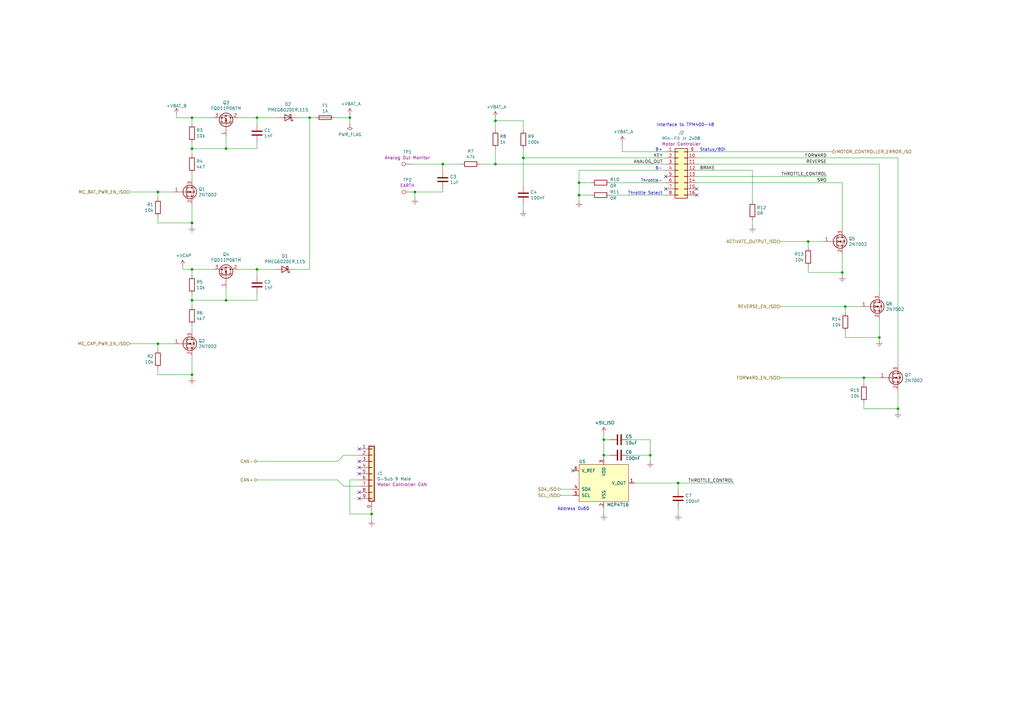
<source format=kicad_sch>
(kicad_sch (version 20211123) (generator eeschema)

  (uuid 5bcace5d-edd0-4e19-92d0-835e43cf8eb2)

  (paper "A3")

  (title_block
    (title "Loco Main Board")
    (date "2021-05-26")
    (rev "vA")
    (comment 1 "MJ")
  )

  (lib_symbols
    (symbol "RCAS_ADCs_&_DACs:DAC_I2C_MCP47x6" (pin_names (offset 1.016)) (in_bom yes) (on_board yes)
      (property "Reference" "U" (id 0) (at -10.16 8.89 0)
        (effects (font (size 1.27 1.27)) (justify left))
      )
      (property "Value" "DAC_I2C_MCP47x6" (id 1) (at 1.27 -8.89 0)
        (effects (font (size 1.27 1.27)) (justify left))
      )
      (property "Footprint" "" (id 2) (at 0 7.62 0)
        (effects (font (size 1.27 1.27)) hide)
      )
      (property "Datasheet" "" (id 3) (at 0 7.62 0)
        (effects (font (size 1.27 1.27)) hide)
      )
      (property "ki_description" "Single Channel I2C DAC, 8 10 or 12 bit, rail to rail output, 2.7-5.5V supply, SOT-23-6" (id 4) (at 0 0 0)
        (effects (font (size 1.27 1.27)) hide)
      )
      (symbol "DAC_I2C_MCP47x6_0_0"
        (pin output line (at 12.7 0 180) (length 2.54)
          (name "V_OUT" (effects (font (size 1.27 1.27))))
          (number "1" (effects (font (size 1.27 1.27))))
        )
        (pin power_in line (at 0 -10.16 90) (length 2.54)
          (name "VSS" (effects (font (size 1.27 1.27))))
          (number "2" (effects (font (size 1.27 1.27))))
        )
        (pin power_in line (at 0 10.16 270) (length 2.54)
          (name "VDD" (effects (font (size 1.27 1.27))))
          (number "3" (effects (font (size 1.27 1.27))))
        )
        (pin bidirectional line (at -12.7 -2.54 0) (length 2.54)
          (name "SDA" (effects (font (size 1.27 1.27))))
          (number "4" (effects (font (size 1.27 1.27))))
        )
        (pin bidirectional line (at -12.7 -5.08 0) (length 2.54)
          (name "SCL" (effects (font (size 1.27 1.27))))
          (number "5" (effects (font (size 1.27 1.27))))
        )
        (pin passive line (at -12.7 5.08 0) (length 2.54)
          (name "V_REF" (effects (font (size 1.27 1.27))))
          (number "6" (effects (font (size 1.27 1.27))))
        )
      )
      (symbol "DAC_I2C_MCP47x6_0_1"
        (rectangle (start -10.16 7.62) (end 10.16 -7.62)
          (stroke (width 0) (type default) (color 0 0 0 0))
          (fill (type background))
        )
        (rectangle (start 10.16 -7.62) (end 10.16 -7.62)
          (stroke (width 0) (type default) (color 0 0 0 0))
          (fill (type none))
        )
      )
    )
    (symbol "RCAS_Connectors_Generic:Conn_01x09_MountingPin0" (pin_names (offset 1.016) hide) (in_bom yes) (on_board yes)
      (property "Reference" "J" (id 0) (at 0.254 12.446 0)
        (effects (font (size 1.27 1.27)))
      )
      (property "Value" "Conn_01x09_MountingPin0" (id 1) (at 1.016 -12.446 0)
        (effects (font (size 1.27 1.27)) (justify left))
      )
      (property "Footprint" "" (id 2) (at 0 0 0)
        (effects (font (size 1.27 1.27)) hide)
      )
      (property "Datasheet" "~" (id 3) (at 0 0 0)
        (effects (font (size 1.27 1.27)) hide)
      )
      (property "ki_keywords" "connector" (id 4) (at 0 0 0)
        (effects (font (size 1.27 1.27)) hide)
      )
      (property "ki_description" "Generic shielded connector, single row, 01x09" (id 5) (at 0 0 0)
        (effects (font (size 1.27 1.27)) hide)
      )
      (property "ki_fp_filters" "Connector*:*_1x??-1SH*" (id 6) (at 0 0 0)
        (effects (font (size 1.27 1.27)) hide)
      )
      (symbol "Conn_01x09_MountingPin0_1_1"
        (rectangle (start -1.27 11.43) (end 1.27 -11.43)
          (stroke (width 0.1524) (type default) (color 0 0 0 0))
          (fill (type none))
        )
        (rectangle (start -1.016 -10.033) (end 0.254 -10.287)
          (stroke (width 0.1524) (type default) (color 0 0 0 0))
          (fill (type none))
        )
        (rectangle (start -1.016 -7.493) (end 0.254 -7.747)
          (stroke (width 0.1524) (type default) (color 0 0 0 0))
          (fill (type none))
        )
        (rectangle (start -1.016 -4.953) (end 0.254 -5.207)
          (stroke (width 0.1524) (type default) (color 0 0 0 0))
          (fill (type none))
        )
        (rectangle (start -1.016 -2.413) (end 0.254 -2.667)
          (stroke (width 0.1524) (type default) (color 0 0 0 0))
          (fill (type none))
        )
        (rectangle (start -1.016 0.127) (end 0.254 -0.127)
          (stroke (width 0.1524) (type default) (color 0 0 0 0))
          (fill (type none))
        )
        (rectangle (start -1.016 2.667) (end 0.254 2.413)
          (stroke (width 0.1524) (type default) (color 0 0 0 0))
          (fill (type none))
        )
        (rectangle (start -1.016 5.207) (end 0.254 4.953)
          (stroke (width 0.1524) (type default) (color 0 0 0 0))
          (fill (type none))
        )
        (rectangle (start -1.016 7.747) (end 0.254 7.493)
          (stroke (width 0.1524) (type default) (color 0 0 0 0))
          (fill (type none))
        )
        (rectangle (start -1.016 10.287) (end 0.254 10.033)
          (stroke (width 0.1524) (type default) (color 0 0 0 0))
          (fill (type none))
        )
        (rectangle (start -1.016 11.176) (end 1.016 -11.176)
          (stroke (width 0.254) (type default) (color 0 0 0 0))
          (fill (type background))
        )
        (pin passive line (at 0 -15.24 90) (length 3.81)
          (name "Shield" (effects (font (size 1.27 1.27))))
          (number "0" (effects (font (size 1.27 1.27))))
        )
        (pin passive line (at -5.08 10.16 0) (length 4.064)
          (name "Pin_1" (effects (font (size 1.27 1.27))))
          (number "1" (effects (font (size 1.27 1.27))))
        )
        (pin passive line (at -5.08 7.62 0) (length 4.064)
          (name "Pin_2" (effects (font (size 1.27 1.27))))
          (number "2" (effects (font (size 1.27 1.27))))
        )
        (pin passive line (at -5.08 5.08 0) (length 4.064)
          (name "Pin_3" (effects (font (size 1.27 1.27))))
          (number "3" (effects (font (size 1.27 1.27))))
        )
        (pin passive line (at -5.08 2.54 0) (length 4.064)
          (name "Pin_4" (effects (font (size 1.27 1.27))))
          (number "4" (effects (font (size 1.27 1.27))))
        )
        (pin passive line (at -5.08 0 0) (length 4.064)
          (name "Pin_5" (effects (font (size 1.27 1.27))))
          (number "5" (effects (font (size 1.27 1.27))))
        )
        (pin passive line (at -5.08 -2.54 0) (length 4.064)
          (name "Pin_6" (effects (font (size 1.27 1.27))))
          (number "6" (effects (font (size 1.27 1.27))))
        )
        (pin passive line (at -5.08 -5.08 0) (length 4.064)
          (name "Pin_7" (effects (font (size 1.27 1.27))))
          (number "7" (effects (font (size 1.27 1.27))))
        )
        (pin passive line (at -5.08 -7.62 0) (length 4.064)
          (name "Pin_8" (effects (font (size 1.27 1.27))))
          (number "8" (effects (font (size 1.27 1.27))))
        )
        (pin passive line (at -5.08 -10.16 0) (length 4.064)
          (name "Pin_9" (effects (font (size 1.27 1.27))))
          (number "9" (effects (font (size 1.27 1.27))))
        )
      )
    )
    (symbol "RCAS_Connectors_Generic:Conn_02x08_Top_Bottom" (pin_names (offset 1.016) hide) (in_bom yes) (on_board yes)
      (property "Reference" "J" (id 0) (at 1.27 10.16 0)
        (effects (font (size 1.27 1.27)))
      )
      (property "Value" "Conn_02x08_Top_Bottom" (id 1) (at 1.27 -12.7 0)
        (effects (font (size 1.27 1.27)))
      )
      (property "Footprint" "" (id 2) (at 0 0 0)
        (effects (font (size 1.27 1.27)) hide)
      )
      (property "Datasheet" "~" (id 3) (at 0 0 0)
        (effects (font (size 1.27 1.27)) hide)
      )
      (property "ki_keywords" "connector" (id 4) (at 0 0 0)
        (effects (font (size 1.27 1.27)) hide)
      )
      (property "ki_description" "Generic connector, double row, 02x08, top/bottom pin numbering scheme (row 1: 1...pins_per_row, row2: pins_per_row+1 ... num_pins), script generated (kicad-library-utils/schlib/autogen/connector/)" (id 5) (at 0 0 0)
        (effects (font (size 1.27 1.27)) hide)
      )
      (property "ki_fp_filters" "Connector*:*_2x??_*" (id 6) (at 0 0 0)
        (effects (font (size 1.27 1.27)) hide)
      )
      (symbol "Conn_02x08_Top_Bottom_1_1"
        (rectangle (start -1.27 -10.033) (end 0 -10.287)
          (stroke (width 0.1524) (type default) (color 0 0 0 0))
          (fill (type none))
        )
        (rectangle (start -1.27 -7.493) (end 0 -7.747)
          (stroke (width 0.1524) (type default) (color 0 0 0 0))
          (fill (type none))
        )
        (rectangle (start -1.27 -4.953) (end 0 -5.207)
          (stroke (width 0.1524) (type default) (color 0 0 0 0))
          (fill (type none))
        )
        (rectangle (start -1.27 -2.413) (end 0 -2.667)
          (stroke (width 0.1524) (type default) (color 0 0 0 0))
          (fill (type none))
        )
        (rectangle (start -1.27 0.127) (end 0 -0.127)
          (stroke (width 0.1524) (type default) (color 0 0 0 0))
          (fill (type none))
        )
        (rectangle (start -1.27 2.667) (end 0 2.413)
          (stroke (width 0.1524) (type default) (color 0 0 0 0))
          (fill (type none))
        )
        (rectangle (start -1.27 5.207) (end 0 4.953)
          (stroke (width 0.1524) (type default) (color 0 0 0 0))
          (fill (type none))
        )
        (rectangle (start -1.27 7.747) (end 0 7.493)
          (stroke (width 0.1524) (type default) (color 0 0 0 0))
          (fill (type none))
        )
        (rectangle (start -1.27 8.89) (end 3.81 -11.43)
          (stroke (width 0.254) (type default) (color 0 0 0 0))
          (fill (type background))
        )
        (rectangle (start 3.81 -10.033) (end 2.54 -10.287)
          (stroke (width 0.1524) (type default) (color 0 0 0 0))
          (fill (type none))
        )
        (rectangle (start 3.81 -7.493) (end 2.54 -7.747)
          (stroke (width 0.1524) (type default) (color 0 0 0 0))
          (fill (type none))
        )
        (rectangle (start 3.81 -4.953) (end 2.54 -5.207)
          (stroke (width 0.1524) (type default) (color 0 0 0 0))
          (fill (type none))
        )
        (rectangle (start 3.81 -2.413) (end 2.54 -2.667)
          (stroke (width 0.1524) (type default) (color 0 0 0 0))
          (fill (type none))
        )
        (rectangle (start 3.81 0.127) (end 2.54 -0.127)
          (stroke (width 0.1524) (type default) (color 0 0 0 0))
          (fill (type none))
        )
        (rectangle (start 3.81 2.667) (end 2.54 2.413)
          (stroke (width 0.1524) (type default) (color 0 0 0 0))
          (fill (type none))
        )
        (rectangle (start 3.81 5.207) (end 2.54 4.953)
          (stroke (width 0.1524) (type default) (color 0 0 0 0))
          (fill (type none))
        )
        (rectangle (start 3.81 7.747) (end 2.54 7.493)
          (stroke (width 0.1524) (type default) (color 0 0 0 0))
          (fill (type none))
        )
        (pin passive line (at -5.08 7.62 0) (length 3.81)
          (name "Pin_1" (effects (font (size 1.27 1.27))))
          (number "1" (effects (font (size 1.27 1.27))))
        )
        (pin passive line (at 7.62 5.08 180) (length 3.81)
          (name "Pin_10" (effects (font (size 1.27 1.27))))
          (number "10" (effects (font (size 1.27 1.27))))
        )
        (pin passive line (at 7.62 2.54 180) (length 3.81)
          (name "Pin_11" (effects (font (size 1.27 1.27))))
          (number "11" (effects (font (size 1.27 1.27))))
        )
        (pin passive line (at 7.62 0 180) (length 3.81)
          (name "Pin_12" (effects (font (size 1.27 1.27))))
          (number "12" (effects (font (size 1.27 1.27))))
        )
        (pin passive line (at 7.62 -2.54 180) (length 3.81)
          (name "Pin_13" (effects (font (size 1.27 1.27))))
          (number "13" (effects (font (size 1.27 1.27))))
        )
        (pin passive line (at 7.62 -5.08 180) (length 3.81)
          (name "Pin_14" (effects (font (size 1.27 1.27))))
          (number "14" (effects (font (size 1.27 1.27))))
        )
        (pin passive line (at 7.62 -7.62 180) (length 3.81)
          (name "Pin_15" (effects (font (size 1.27 1.27))))
          (number "15" (effects (font (size 1.27 1.27))))
        )
        (pin passive line (at 7.62 -10.16 180) (length 3.81)
          (name "Pin_16" (effects (font (size 1.27 1.27))))
          (number "16" (effects (font (size 1.27 1.27))))
        )
        (pin passive line (at -5.08 5.08 0) (length 3.81)
          (name "Pin_2" (effects (font (size 1.27 1.27))))
          (number "2" (effects (font (size 1.27 1.27))))
        )
        (pin passive line (at -5.08 2.54 0) (length 3.81)
          (name "Pin_3" (effects (font (size 1.27 1.27))))
          (number "3" (effects (font (size 1.27 1.27))))
        )
        (pin passive line (at -5.08 0 0) (length 3.81)
          (name "Pin_4" (effects (font (size 1.27 1.27))))
          (number "4" (effects (font (size 1.27 1.27))))
        )
        (pin passive line (at -5.08 -2.54 0) (length 3.81)
          (name "Pin_5" (effects (font (size 1.27 1.27))))
          (number "5" (effects (font (size 1.27 1.27))))
        )
        (pin passive line (at -5.08 -5.08 0) (length 3.81)
          (name "Pin_6" (effects (font (size 1.27 1.27))))
          (number "6" (effects (font (size 1.27 1.27))))
        )
        (pin passive line (at -5.08 -7.62 0) (length 3.81)
          (name "Pin_7" (effects (font (size 1.27 1.27))))
          (number "7" (effects (font (size 1.27 1.27))))
        )
        (pin passive line (at -5.08 -10.16 0) (length 3.81)
          (name "Pin_8" (effects (font (size 1.27 1.27))))
          (number "8" (effects (font (size 1.27 1.27))))
        )
        (pin passive line (at 7.62 7.62 180) (length 3.81)
          (name "Pin_9" (effects (font (size 1.27 1.27))))
          (number "9" (effects (font (size 1.27 1.27))))
        )
      )
    )
    (symbol "RCAS_Diodes:D_Schottky" (pin_numbers hide) (pin_names (offset 1.016) hide) (in_bom yes) (on_board yes)
      (property "Reference" "D" (id 0) (at 0 2.54 0)
        (effects (font (size 1.27 1.27)))
      )
      (property "Value" "D_Schottky" (id 1) (at 0 -2.54 0)
        (effects (font (size 1.27 1.27)))
      )
      (property "Footprint" "" (id 2) (at 0 0 0)
        (effects (font (size 1.27 1.27)) hide)
      )
      (property "Datasheet" "~" (id 3) (at 0 0 0)
        (effects (font (size 1.27 1.27)) hide)
      )
      (property "ki_keywords" "diode Schottky" (id 4) (at 0 0 0)
        (effects (font (size 1.27 1.27)) hide)
      )
      (property "ki_description" "Schottky diode" (id 5) (at 0 0 0)
        (effects (font (size 1.27 1.27)) hide)
      )
      (property "ki_fp_filters" "TO-???* *_Diode_* *SingleDiode* D_*" (id 6) (at 0 0 0)
        (effects (font (size 1.27 1.27)) hide)
      )
      (symbol "D_Schottky_0_1"
        (polyline
          (pts
            (xy 1.27 0)
            (xy -1.27 0)
          )
          (stroke (width 0) (type default) (color 0 0 0 0))
          (fill (type none))
        )
        (polyline
          (pts
            (xy 1.27 1.27)
            (xy 1.27 -1.27)
            (xy -1.27 0)
            (xy 1.27 1.27)
          )
          (stroke (width 0.254) (type default) (color 0 0 0 0))
          (fill (type none))
        )
        (polyline
          (pts
            (xy -1.905 0.635)
            (xy -1.905 1.27)
            (xy -1.27 1.27)
            (xy -1.27 -1.27)
            (xy -0.635 -1.27)
            (xy -0.635 -0.635)
          )
          (stroke (width 0.254) (type default) (color 0 0 0 0))
          (fill (type none))
        )
      )
      (symbol "D_Schottky_1_1"
        (pin passive line (at -3.81 0 0) (length 2.54)
          (name "K" (effects (font (size 1.27 1.27))))
          (number "1" (effects (font (size 1.27 1.27))))
        )
        (pin passive line (at 3.81 0 180) (length 2.54)
          (name "A" (effects (font (size 1.27 1.27))))
          (number "2" (effects (font (size 1.27 1.27))))
        )
      )
    )
    (symbol "RCAS_FETs:Q_NMOS_GSD" (pin_names (offset 0) hide) (in_bom yes) (on_board yes)
      (property "Reference" "Q" (id 0) (at 5.08 1.27 0)
        (effects (font (size 1.27 1.27)) (justify left))
      )
      (property "Value" "Q_NMOS_GSD" (id 1) (at 5.08 -1.27 0)
        (effects (font (size 1.27 1.27)) (justify left))
      )
      (property "Footprint" "" (id 2) (at 5.08 2.54 0)
        (effects (font (size 1.27 1.27)) hide)
      )
      (property "Datasheet" "~" (id 3) (at 0 0 0)
        (effects (font (size 1.27 1.27)) hide)
      )
      (property "ki_keywords" "transistor NMOS N-MOS N-MOSFET" (id 4) (at 0 0 0)
        (effects (font (size 1.27 1.27)) hide)
      )
      (property "ki_description" "N-MOSFET transistor, gate/source/drain" (id 5) (at 0 0 0)
        (effects (font (size 1.27 1.27)) hide)
      )
      (symbol "Q_NMOS_GSD_0_1"
        (polyline
          (pts
            (xy 0.254 0)
            (xy -2.54 0)
          )
          (stroke (width 0) (type default) (color 0 0 0 0))
          (fill (type none))
        )
        (polyline
          (pts
            (xy 0.254 1.905)
            (xy 0.254 -1.905)
          )
          (stroke (width 0.254) (type default) (color 0 0 0 0))
          (fill (type none))
        )
        (polyline
          (pts
            (xy 0.762 -1.27)
            (xy 0.762 -2.286)
          )
          (stroke (width 0.254) (type default) (color 0 0 0 0))
          (fill (type none))
        )
        (polyline
          (pts
            (xy 0.762 0.508)
            (xy 0.762 -0.508)
          )
          (stroke (width 0.254) (type default) (color 0 0 0 0))
          (fill (type none))
        )
        (polyline
          (pts
            (xy 0.762 2.286)
            (xy 0.762 1.27)
          )
          (stroke (width 0.254) (type default) (color 0 0 0 0))
          (fill (type none))
        )
        (polyline
          (pts
            (xy 2.54 2.54)
            (xy 2.54 1.778)
          )
          (stroke (width 0) (type default) (color 0 0 0 0))
          (fill (type none))
        )
        (polyline
          (pts
            (xy 2.54 -2.54)
            (xy 2.54 0)
            (xy 0.762 0)
          )
          (stroke (width 0) (type default) (color 0 0 0 0))
          (fill (type none))
        )
        (polyline
          (pts
            (xy 0.762 -1.778)
            (xy 3.302 -1.778)
            (xy 3.302 1.778)
            (xy 0.762 1.778)
          )
          (stroke (width 0) (type default) (color 0 0 0 0))
          (fill (type none))
        )
        (polyline
          (pts
            (xy 1.016 0)
            (xy 2.032 0.381)
            (xy 2.032 -0.381)
            (xy 1.016 0)
          )
          (stroke (width 0) (type default) (color 0 0 0 0))
          (fill (type outline))
        )
        (polyline
          (pts
            (xy 2.794 0.508)
            (xy 2.921 0.381)
            (xy 3.683 0.381)
            (xy 3.81 0.254)
          )
          (stroke (width 0) (type default) (color 0 0 0 0))
          (fill (type none))
        )
        (polyline
          (pts
            (xy 3.302 0.381)
            (xy 2.921 -0.254)
            (xy 3.683 -0.254)
            (xy 3.302 0.381)
          )
          (stroke (width 0) (type default) (color 0 0 0 0))
          (fill (type none))
        )
        (circle (center 1.651 0) (radius 2.794)
          (stroke (width 0.254) (type default) (color 0 0 0 0))
          (fill (type none))
        )
        (circle (center 2.54 -1.778) (radius 0.254)
          (stroke (width 0) (type default) (color 0 0 0 0))
          (fill (type outline))
        )
        (circle (center 2.54 1.778) (radius 0.254)
          (stroke (width 0) (type default) (color 0 0 0 0))
          (fill (type outline))
        )
      )
      (symbol "Q_NMOS_GSD_1_1"
        (pin input line (at -5.08 0 0) (length 2.54)
          (name "G" (effects (font (size 1.27 1.27))))
          (number "1" (effects (font (size 1.27 1.27))))
        )
        (pin passive line (at 2.54 -5.08 90) (length 2.54)
          (name "S" (effects (font (size 1.27 1.27))))
          (number "2" (effects (font (size 1.27 1.27))))
        )
        (pin passive line (at 2.54 5.08 270) (length 2.54)
          (name "D" (effects (font (size 1.27 1.27))))
          (number "3" (effects (font (size 1.27 1.27))))
        )
      )
    )
    (symbol "RCAS_FETs:Q_PMOS_GDS" (pin_names (offset 0) hide) (in_bom yes) (on_board yes)
      (property "Reference" "Q" (id 0) (at 5.08 1.27 0)
        (effects (font (size 1.27 1.27)) (justify left))
      )
      (property "Value" "Q_PMOS_GDS" (id 1) (at 5.08 -1.27 0)
        (effects (font (size 1.27 1.27)) (justify left))
      )
      (property "Footprint" "" (id 2) (at 5.08 2.54 0)
        (effects (font (size 1.27 1.27)) hide)
      )
      (property "Datasheet" "~" (id 3) (at 0 0 0)
        (effects (font (size 1.27 1.27)) hide)
      )
      (property "ki_keywords" "transistor PMOS P-MOS P-MOSFET" (id 4) (at 0 0 0)
        (effects (font (size 1.27 1.27)) hide)
      )
      (property "ki_description" "P-MOSFET transistor, gate/drain/source" (id 5) (at 0 0 0)
        (effects (font (size 1.27 1.27)) hide)
      )
      (symbol "Q_PMOS_GDS_0_1"
        (polyline
          (pts
            (xy 0.254 0)
            (xy -2.54 0)
          )
          (stroke (width 0) (type default) (color 0 0 0 0))
          (fill (type none))
        )
        (polyline
          (pts
            (xy 0.254 1.905)
            (xy 0.254 -1.905)
          )
          (stroke (width 0.254) (type default) (color 0 0 0 0))
          (fill (type none))
        )
        (polyline
          (pts
            (xy 0.762 -1.27)
            (xy 0.762 -2.286)
          )
          (stroke (width 0.254) (type default) (color 0 0 0 0))
          (fill (type none))
        )
        (polyline
          (pts
            (xy 0.762 0.508)
            (xy 0.762 -0.508)
          )
          (stroke (width 0.254) (type default) (color 0 0 0 0))
          (fill (type none))
        )
        (polyline
          (pts
            (xy 0.762 2.286)
            (xy 0.762 1.27)
          )
          (stroke (width 0.254) (type default) (color 0 0 0 0))
          (fill (type none))
        )
        (polyline
          (pts
            (xy 2.54 2.54)
            (xy 2.54 1.778)
          )
          (stroke (width 0) (type default) (color 0 0 0 0))
          (fill (type none))
        )
        (polyline
          (pts
            (xy 2.54 -2.54)
            (xy 2.54 0)
            (xy 0.762 0)
          )
          (stroke (width 0) (type default) (color 0 0 0 0))
          (fill (type none))
        )
        (polyline
          (pts
            (xy 0.762 1.778)
            (xy 3.302 1.778)
            (xy 3.302 -1.778)
            (xy 0.762 -1.778)
          )
          (stroke (width 0) (type default) (color 0 0 0 0))
          (fill (type none))
        )
        (polyline
          (pts
            (xy 2.286 0)
            (xy 1.27 0.381)
            (xy 1.27 -0.381)
            (xy 2.286 0)
          )
          (stroke (width 0) (type default) (color 0 0 0 0))
          (fill (type outline))
        )
        (polyline
          (pts
            (xy 2.794 -0.508)
            (xy 2.921 -0.381)
            (xy 3.683 -0.381)
            (xy 3.81 -0.254)
          )
          (stroke (width 0) (type default) (color 0 0 0 0))
          (fill (type none))
        )
        (polyline
          (pts
            (xy 3.302 -0.381)
            (xy 2.921 0.254)
            (xy 3.683 0.254)
            (xy 3.302 -0.381)
          )
          (stroke (width 0) (type default) (color 0 0 0 0))
          (fill (type none))
        )
        (circle (center 1.651 0) (radius 2.794)
          (stroke (width 0.254) (type default) (color 0 0 0 0))
          (fill (type none))
        )
        (circle (center 2.54 -1.778) (radius 0.254)
          (stroke (width 0) (type default) (color 0 0 0 0))
          (fill (type outline))
        )
        (circle (center 2.54 1.778) (radius 0.254)
          (stroke (width 0) (type default) (color 0 0 0 0))
          (fill (type outline))
        )
      )
      (symbol "Q_PMOS_GDS_1_1"
        (pin input line (at -5.08 0 0) (length 2.54)
          (name "G" (effects (font (size 1.27 1.27))))
          (number "1" (effects (font (size 1.27 1.27))))
        )
        (pin passive line (at 2.54 5.08 270) (length 2.54)
          (name "D" (effects (font (size 1.27 1.27))))
          (number "2" (effects (font (size 1.27 1.27))))
        )
        (pin passive line (at 2.54 -5.08 90) (length 2.54)
          (name "S" (effects (font (size 1.27 1.27))))
          (number "3" (effects (font (size 1.27 1.27))))
        )
      )
    )
    (symbol "RCAS_Passives:Capacitor" (pin_numbers hide) (pin_names (offset 0.254)) (in_bom yes) (on_board yes)
      (property "Reference" "C" (id 0) (at 0.635 2.54 0)
        (effects (font (size 1.27 1.27)) (justify left))
      )
      (property "Value" "Capacitor" (id 1) (at 0.635 -2.54 0)
        (effects (font (size 1.27 1.27)) (justify left))
      )
      (property "Footprint" "" (id 2) (at 0.9652 -3.81 0)
        (effects (font (size 1.27 1.27)) hide)
      )
      (property "Datasheet" "~" (id 3) (at 0 0 0)
        (effects (font (size 1.27 1.27)) hide)
      )
      (property "ki_keywords" "cap capacitor" (id 4) (at 0 0 0)
        (effects (font (size 1.27 1.27)) hide)
      )
      (property "ki_description" "Unpolarized capacitor" (id 5) (at 0 0 0)
        (effects (font (size 1.27 1.27)) hide)
      )
      (property "ki_fp_filters" "C_*" (id 6) (at 0 0 0)
        (effects (font (size 1.27 1.27)) hide)
      )
      (symbol "Capacitor_0_1"
        (polyline
          (pts
            (xy -2.032 -0.762)
            (xy 2.032 -0.762)
          )
          (stroke (width 0.508) (type default) (color 0 0 0 0))
          (fill (type none))
        )
        (polyline
          (pts
            (xy -2.032 0.762)
            (xy 2.032 0.762)
          )
          (stroke (width 0.508) (type default) (color 0 0 0 0))
          (fill (type none))
        )
      )
      (symbol "Capacitor_1_1"
        (pin passive line (at 0 3.81 270) (length 2.794)
          (name "~" (effects (font (size 1.27 1.27))))
          (number "1" (effects (font (size 1.27 1.27))))
        )
        (pin passive line (at 0 -3.81 90) (length 2.794)
          (name "~" (effects (font (size 1.27 1.27))))
          (number "2" (effects (font (size 1.27 1.27))))
        )
      )
    )
    (symbol "RCAS_Passives:Fuse" (pin_numbers hide) (pin_names (offset 0)) (in_bom yes) (on_board yes)
      (property "Reference" "F" (id 0) (at 2.032 0 90)
        (effects (font (size 1.27 1.27)))
      )
      (property "Value" "Fuse" (id 1) (at -1.905 0 90)
        (effects (font (size 1.27 1.27)))
      )
      (property "Footprint" "" (id 2) (at -1.778 0 90)
        (effects (font (size 1.27 1.27)) hide)
      )
      (property "Datasheet" "~" (id 3) (at 0 0 0)
        (effects (font (size 1.27 1.27)) hide)
      )
      (property "ki_keywords" "fuse" (id 4) (at 0 0 0)
        (effects (font (size 1.27 1.27)) hide)
      )
      (property "ki_description" "Fuse" (id 5) (at 0 0 0)
        (effects (font (size 1.27 1.27)) hide)
      )
      (property "ki_fp_filters" "*Fuse*" (id 6) (at 0 0 0)
        (effects (font (size 1.27 1.27)) hide)
      )
      (symbol "Fuse_0_1"
        (rectangle (start -0.762 -2.54) (end 0.762 2.54)
          (stroke (width 0.254) (type default) (color 0 0 0 0))
          (fill (type none))
        )
        (polyline
          (pts
            (xy 0 2.54)
            (xy 0 -2.54)
          )
          (stroke (width 0) (type default) (color 0 0 0 0))
          (fill (type none))
        )
      )
      (symbol "Fuse_1_1"
        (pin passive line (at 0 3.81 270) (length 1.27)
          (name "~" (effects (font (size 1.27 1.27))))
          (number "1" (effects (font (size 1.27 1.27))))
        )
        (pin passive line (at 0 -3.81 90) (length 1.27)
          (name "~" (effects (font (size 1.27 1.27))))
          (number "2" (effects (font (size 1.27 1.27))))
        )
      )
    )
    (symbol "RCAS_Passives:Resistor" (pin_numbers hide) (pin_names (offset 0)) (in_bom yes) (on_board yes)
      (property "Reference" "R" (id 0) (at 2.032 0 90)
        (effects (font (size 1.27 1.27)))
      )
      (property "Value" "Resistor" (id 1) (at 0 0 90)
        (effects (font (size 1.27 1.27)))
      )
      (property "Footprint" "" (id 2) (at -1.778 0 90)
        (effects (font (size 1.27 1.27)) hide)
      )
      (property "Datasheet" "~" (id 3) (at 0 0 0)
        (effects (font (size 1.27 1.27)) hide)
      )
      (property "ki_keywords" "R res resistor" (id 4) (at 0 0 0)
        (effects (font (size 1.27 1.27)) hide)
      )
      (property "ki_description" "Resistor" (id 5) (at 0 0 0)
        (effects (font (size 1.27 1.27)) hide)
      )
      (property "ki_fp_filters" "R_*" (id 6) (at 0 0 0)
        (effects (font (size 1.27 1.27)) hide)
      )
      (symbol "Resistor_0_1"
        (rectangle (start -1.016 -2.54) (end 1.016 2.54)
          (stroke (width 0.254) (type default) (color 0 0 0 0))
          (fill (type none))
        )
      )
      (symbol "Resistor_1_1"
        (pin passive line (at 0 3.81 270) (length 1.27)
          (name "~" (effects (font (size 1.27 1.27))))
          (number "1" (effects (font (size 1.27 1.27))))
        )
        (pin passive line (at 0 -3.81 90) (length 1.27)
          (name "~" (effects (font (size 1.27 1.27))))
          (number "2" (effects (font (size 1.27 1.27))))
        )
      )
    )
    (symbol "RCAS_Power_Symbols:+5V0_ISO" (power) (pin_names (offset 0)) (in_bom yes) (on_board yes)
      (property "Reference" "#PWR" (id 0) (at 0 -3.81 0)
        (effects (font (size 1.27 1.27)) hide)
      )
      (property "Value" "+5V0_ISO" (id 1) (at 0 3.556 0)
        (effects (font (size 1.27 1.27)))
      )
      (property "Footprint" "" (id 2) (at 0 0 0)
        (effects (font (size 1.27 1.27)) hide)
      )
      (property "Datasheet" "" (id 3) (at 0 0 0)
        (effects (font (size 1.27 1.27)) hide)
      )
      (property "ki_keywords" "power-flag" (id 4) (at 0 0 0)
        (effects (font (size 1.27 1.27)) hide)
      )
      (property "ki_description" "Power symbol creates a global label with name \"+5V0_ISO\"" (id 5) (at 0 0 0)
        (effects (font (size 1.27 1.27)) hide)
      )
      (symbol "+5V0_ISO_0_1"
        (polyline
          (pts
            (xy -0.762 1.27)
            (xy 0 2.54)
          )
          (stroke (width 0) (type default) (color 0 0 0 0))
          (fill (type none))
        )
        (polyline
          (pts
            (xy 0 0)
            (xy 0 2.54)
          )
          (stroke (width 0) (type default) (color 0 0 0 0))
          (fill (type none))
        )
        (polyline
          (pts
            (xy 0 2.54)
            (xy 0.762 1.27)
          )
          (stroke (width 0) (type default) (color 0 0 0 0))
          (fill (type none))
        )
      )
      (symbol "+5V0_ISO_1_1"
        (pin power_in line (at 0 0 90) (length 0) hide
          (name "+5V_ISO" (effects (font (size 1.27 1.27))))
          (number "1" (effects (font (size 1.27 1.27))))
        )
      )
    )
    (symbol "RCAS_Power_Symbols:+VBAT_A" (power) (pin_names (offset 0)) (in_bom yes) (on_board yes)
      (property "Reference" "#PWR" (id 0) (at 0 -3.81 0)
        (effects (font (size 1.27 1.27)) hide)
      )
      (property "Value" "+VBAT_A" (id 1) (at 0 3.556 0)
        (effects (font (size 1.27 1.27)))
      )
      (property "Footprint" "" (id 2) (at 0 0 0)
        (effects (font (size 1.27 1.27)) hide)
      )
      (property "Datasheet" "" (id 3) (at 0 0 0)
        (effects (font (size 1.27 1.27)) hide)
      )
      (property "ki_keywords" "power-flag" (id 4) (at 0 0 0)
        (effects (font (size 1.27 1.27)) hide)
      )
      (property "ki_description" "Power symbol creates a global label with name \"+VBAT_A\"" (id 5) (at 0 0 0)
        (effects (font (size 1.27 1.27)) hide)
      )
      (symbol "+VBAT_A_0_1"
        (polyline
          (pts
            (xy -0.762 1.27)
            (xy 0 2.54)
          )
          (stroke (width 0) (type default) (color 0 0 0 0))
          (fill (type none))
        )
        (polyline
          (pts
            (xy 0 0)
            (xy 0 2.54)
          )
          (stroke (width 0) (type default) (color 0 0 0 0))
          (fill (type none))
        )
        (polyline
          (pts
            (xy 0 2.54)
            (xy 0.762 1.27)
          )
          (stroke (width 0) (type default) (color 0 0 0 0))
          (fill (type none))
        )
      )
      (symbol "+VBAT_A_1_1"
        (pin power_in line (at 0 0 90) (length 0) hide
          (name "+VBAT_A" (effects (font (size 1.27 1.27))))
          (number "1" (effects (font (size 1.27 1.27))))
        )
      )
    )
    (symbol "RCAS_Power_Symbols:+VBAT_B" (power) (pin_names (offset 0)) (in_bom yes) (on_board yes)
      (property "Reference" "#PWR" (id 0) (at 0 -3.81 0)
        (effects (font (size 1.27 1.27)) hide)
      )
      (property "Value" "+VBAT_B" (id 1) (at 0 3.556 0)
        (effects (font (size 1.27 1.27)))
      )
      (property "Footprint" "" (id 2) (at 0 0 0)
        (effects (font (size 1.27 1.27)) hide)
      )
      (property "Datasheet" "" (id 3) (at 0 0 0)
        (effects (font (size 1.27 1.27)) hide)
      )
      (property "ki_keywords" "power-flag" (id 4) (at 0 0 0)
        (effects (font (size 1.27 1.27)) hide)
      )
      (property "ki_description" "Power symbol creates a global label with name \"+VBAT_IN\"" (id 5) (at 0 0 0)
        (effects (font (size 1.27 1.27)) hide)
      )
      (symbol "+VBAT_B_0_1"
        (polyline
          (pts
            (xy -0.762 1.27)
            (xy 0 2.54)
          )
          (stroke (width 0) (type default) (color 0 0 0 0))
          (fill (type none))
        )
        (polyline
          (pts
            (xy 0 0)
            (xy 0 2.54)
          )
          (stroke (width 0) (type default) (color 0 0 0 0))
          (fill (type none))
        )
        (polyline
          (pts
            (xy 0 2.54)
            (xy 0.762 1.27)
          )
          (stroke (width 0) (type default) (color 0 0 0 0))
          (fill (type none))
        )
      )
      (symbol "+VBAT_B_1_1"
        (pin power_in line (at 0 0 90) (length 0) hide
          (name "+VBAT_B" (effects (font (size 1.27 1.27))))
          (number "1" (effects (font (size 1.27 1.27))))
        )
      )
    )
    (symbol "RCAS_Power_Symbols:+VCAP" (power) (pin_names (offset 0)) (in_bom yes) (on_board yes)
      (property "Reference" "#PWR" (id 0) (at 0 -3.81 0)
        (effects (font (size 1.27 1.27)) hide)
      )
      (property "Value" "+VCAP" (id 1) (at 0 3.556 0)
        (effects (font (size 1.27 1.27)))
      )
      (property "Footprint" "" (id 2) (at 0 0 0)
        (effects (font (size 1.27 1.27)) hide)
      )
      (property "Datasheet" "" (id 3) (at 0 0 0)
        (effects (font (size 1.27 1.27)) hide)
      )
      (property "ki_keywords" "power-flag" (id 4) (at 0 0 0)
        (effects (font (size 1.27 1.27)) hide)
      )
      (property "ki_description" "Power symbol creates a global label with name \"+VCAP\"" (id 5) (at 0 0 0)
        (effects (font (size 1.27 1.27)) hide)
      )
      (symbol "+VCAP_0_1"
        (polyline
          (pts
            (xy -0.762 1.27)
            (xy 0 2.54)
          )
          (stroke (width 0) (type default) (color 0 0 0 0))
          (fill (type none))
        )
        (polyline
          (pts
            (xy 0 0)
            (xy 0 2.54)
          )
          (stroke (width 0) (type default) (color 0 0 0 0))
          (fill (type none))
        )
        (polyline
          (pts
            (xy 0 2.54)
            (xy 0.762 1.27)
          )
          (stroke (width 0) (type default) (color 0 0 0 0))
          (fill (type none))
        )
      )
      (symbol "+VCAP_1_1"
        (pin power_in line (at 0 0 90) (length 0) hide
          (name "+VCAP" (effects (font (size 1.27 1.27))))
          (number "1" (effects (font (size 1.27 1.27))))
        )
      )
    )
    (symbol "RCAS_Power_Symbols:Earth" (power) (pin_names (offset 0)) (in_bom yes) (on_board yes)
      (property "Reference" "#PWR" (id 0) (at 0 -6.35 0)
        (effects (font (size 1.27 1.27)) hide)
      )
      (property "Value" "Earth" (id 1) (at 0 -3.81 0)
        (effects (font (size 1.27 1.27)) hide)
      )
      (property "Footprint" "" (id 2) (at 0 0 0)
        (effects (font (size 1.27 1.27)) hide)
      )
      (property "Datasheet" "~" (id 3) (at 0 0 0)
        (effects (font (size 1.27 1.27)) hide)
      )
      (property "ki_keywords" "power-flag ground gnd" (id 4) (at 0 0 0)
        (effects (font (size 1.27 1.27)) hide)
      )
      (property "ki_description" "Power symbol creates a global label with name \"Earth\"" (id 5) (at 0 0 0)
        (effects (font (size 1.27 1.27)) hide)
      )
      (symbol "Earth_0_1"
        (polyline
          (pts
            (xy -0.635 -1.905)
            (xy 0.635 -1.905)
          )
          (stroke (width 0) (type default) (color 0 0 0 0))
          (fill (type none))
        )
        (polyline
          (pts
            (xy -0.127 -2.54)
            (xy 0.127 -2.54)
          )
          (stroke (width 0) (type default) (color 0 0 0 0))
          (fill (type none))
        )
        (polyline
          (pts
            (xy 0 -1.27)
            (xy 0 0)
          )
          (stroke (width 0) (type default) (color 0 0 0 0))
          (fill (type none))
        )
        (polyline
          (pts
            (xy 1.27 -1.27)
            (xy -1.27 -1.27)
          )
          (stroke (width 0) (type default) (color 0 0 0 0))
          (fill (type none))
        )
      )
      (symbol "Earth_1_1"
        (pin power_in line (at 0 0 270) (length 0) hide
          (name "Earth" (effects (font (size 1.27 1.27))))
          (number "1" (effects (font (size 1.27 1.27))))
        )
      )
    )
    (symbol "RCAS_Power_Symbols:PWR_FLAG" (power) (pin_numbers hide) (pin_names (offset 0) hide) (in_bom yes) (on_board yes)
      (property "Reference" "#FLG" (id 0) (at 0 1.905 0)
        (effects (font (size 1.27 1.27)) hide)
      )
      (property "Value" "PWR_FLAG" (id 1) (at 0 3.81 0)
        (effects (font (size 1.27 1.27)) hide)
      )
      (property "Footprint" "" (id 2) (at 0 0 0)
        (effects (font (size 1.27 1.27)) hide)
      )
      (property "Datasheet" "~" (id 3) (at 0 0 0)
        (effects (font (size 1.27 1.27)) hide)
      )
      (property "ki_keywords" "power-flag" (id 4) (at 0 0 0)
        (effects (font (size 1.27 1.27)) hide)
      )
      (property "ki_description" "Special symbol for telling ERC where power comes from" (id 5) (at 0 0 0)
        (effects (font (size 1.27 1.27)) hide)
      )
      (symbol "PWR_FLAG_0_0"
        (pin power_out line (at 0 0 90) (length 0)
          (name "pwr" (effects (font (size 1.27 1.27))))
          (number "1" (effects (font (size 1.27 1.27))))
        )
      )
      (symbol "PWR_FLAG_0_1"
        (polyline
          (pts
            (xy 0 0)
            (xy 0 1.27)
            (xy -1.016 1.905)
            (xy 0 2.54)
            (xy 1.016 1.905)
            (xy 0 1.27)
          )
          (stroke (width 0) (type default) (color 0 0 0 0))
          (fill (type none))
        )
      )
    )
    (symbol "RCAS_Test_Points:TestPoint" (pin_numbers hide) (pin_names (offset 0.762) hide) (in_bom yes) (on_board yes)
      (property "Reference" "TP" (id 0) (at 0 6.858 0)
        (effects (font (size 1.27 1.27)))
      )
      (property "Value" "TestPoint" (id 1) (at 0 5.08 0)
        (effects (font (size 1.27 1.27)))
      )
      (property "Footprint" "" (id 2) (at 5.08 0 0)
        (effects (font (size 1.27 1.27)) hide)
      )
      (property "Datasheet" "~" (id 3) (at 5.08 0 0)
        (effects (font (size 1.27 1.27)) hide)
      )
      (property "ki_keywords" "test point tp" (id 4) (at 0 0 0)
        (effects (font (size 1.27 1.27)) hide)
      )
      (property "ki_description" "test point" (id 5) (at 0 0 0)
        (effects (font (size 1.27 1.27)) hide)
      )
      (property "ki_fp_filters" "Pin* Test*" (id 6) (at 0 0 0)
        (effects (font (size 1.27 1.27)) hide)
      )
      (symbol "TestPoint_0_1"
        (circle (center 0 3.302) (radius 0.762)
          (stroke (width 0) (type default) (color 0 0 0 0))
          (fill (type none))
        )
      )
      (symbol "TestPoint_1_1"
        (pin passive line (at 0 0 90) (length 2.54)
          (name "1" (effects (font (size 1.27 1.27))))
          (number "1" (effects (font (size 1.27 1.27))))
        )
      )
    )
  )

  (junction (at 78.74 110.49) (diameter 0) (color 0 0 0 0)
    (uuid 0520f61d-4522-4301-a3fa-8ed0bf060f69)
  )
  (junction (at 105.41 48.26) (diameter 0) (color 0 0 0 0)
    (uuid 101ef598-601d-400e-9ef6-d655fbb1dbfa)
  )
  (junction (at 266.7 186.69) (diameter 0) (color 0 0 0 0)
    (uuid 1241b7f2-e266-4f5c-8a97-9f0f9d0eef37)
  )
  (junction (at 78.74 48.26) (diameter 0) (color 0 0 0 0)
    (uuid 15a82541-58d8-45b5-99c5-fb52e017e3ea)
  )
  (junction (at 64.77 78.74) (diameter 0) (color 0 0 0 0)
    (uuid 180245d9-4a3f-4d1b-adcc-b4eafac722e0)
  )
  (junction (at 237.49 74.93) (diameter 0) (color 0 0 0 0)
    (uuid 2035ea48-3ef5-4d7f-8c3c-50981b30c89a)
  )
  (junction (at 331.47 99.06) (diameter 0) (color 0 0 0 0)
    (uuid 22bb6c80-05a9-4d89-98b0-f4c23fe6c1ce)
  )
  (junction (at 247.65 180.34) (diameter 0) (color 0 0 0 0)
    (uuid 27b2eb82-662b-42d8-90e6-830fec4bb8d2)
  )
  (junction (at 278.13 198.12) (diameter 0) (color 0 0 0 0)
    (uuid 2878a73c-5447-4cd9-8194-14f52ab9459c)
  )
  (junction (at 78.74 91.44) (diameter 0) (color 0 0 0 0)
    (uuid 28e37b45-f843-47c2-85c9-ca19f5430ece)
  )
  (junction (at 170.18 78.74) (diameter 0) (color 0 0 0 0)
    (uuid 2d697cf0-e02e-4ed1-a048-a704dab0ee43)
  )
  (junction (at 345.44 111.76) (diameter 0) (color 0 0 0 0)
    (uuid 2db910a0-b943-40b4-b81f-068ba5265f56)
  )
  (junction (at 346.71 125.73) (diameter 0) (color 0 0 0 0)
    (uuid 4a54c707-7b6f-4a3d-a74d-5e3526114aba)
  )
  (junction (at 181.61 67.31) (diameter 0) (color 0 0 0 0)
    (uuid 503dbd88-3e6b-48cc-a2ea-a6e28b52a1f7)
  )
  (junction (at 143.51 48.26) (diameter 0) (color 0 0 0 0)
    (uuid 6b91a3ee-fdcd-4bfe-ad57-c8d5ea9903a8)
  )
  (junction (at 203.2 67.31) (diameter 0) (color 0 0 0 0)
    (uuid 721d1be9-236e-470b-ba69-f1cc6c43faf9)
  )
  (junction (at 127 48.26) (diameter 0) (color 0 0 0 0)
    (uuid 7bfba61b-6752-4a45-9ee6-5984dcb15041)
  )
  (junction (at 237.49 80.01) (diameter 0) (color 0 0 0 0)
    (uuid 7e1217ba-8a3d-4079-8d7b-b45f90cfbf53)
  )
  (junction (at 360.68 138.43) (diameter 0) (color 0 0 0 0)
    (uuid 869d6302-ae22-478f-9723-3feacbb12eef)
  )
  (junction (at 78.74 60.96) (diameter 0) (color 0 0 0 0)
    (uuid 88cb65f4-7e9e-44eb-8692-3b6e2e788a94)
  )
  (junction (at 368.3 167.64) (diameter 0) (color 0 0 0 0)
    (uuid 89a8e170-a222-41c0-b545-c9f4c5604011)
  )
  (junction (at 152.4 210.82) (diameter 0) (color 0 0 0 0)
    (uuid 89c0bc4d-eee5-4a77-ac35-d30b35db5cbe)
  )
  (junction (at 64.77 140.97) (diameter 0) (color 0 0 0 0)
    (uuid 99332785-d9f1-4363-9377-26ddc18e6d2c)
  )
  (junction (at 203.2 49.53) (diameter 0) (color 0 0 0 0)
    (uuid a6ccc556-da88-4006-ae1a-cc35733efef3)
  )
  (junction (at 78.74 123.19) (diameter 0) (color 0 0 0 0)
    (uuid aa130053-a451-4f12-97f7-3d4d891a5f83)
  )
  (junction (at 214.63 64.77) (diameter 0) (color 0 0 0 0)
    (uuid b6135480-ace6-42b2-9c47-856ef57cded1)
  )
  (junction (at 247.65 186.69) (diameter 0) (color 0 0 0 0)
    (uuid b7bf6e08-7978-4190-aff5-c90d967f0f9c)
  )
  (junction (at 92.71 60.96) (diameter 0) (color 0 0 0 0)
    (uuid c76d4423-ef1b-4a6f-8176-33d65f2877bb)
  )
  (junction (at 105.41 110.49) (diameter 0) (color 0 0 0 0)
    (uuid c8b92953-cd23-44e6-85ce-083fb8c3f20f)
  )
  (junction (at 354.33 154.94) (diameter 0) (color 0 0 0 0)
    (uuid d68e5ddb-039c-483f-88a3-1b0b7964b482)
  )
  (junction (at 78.74 153.67) (diameter 0) (color 0 0 0 0)
    (uuid e4e20505-1208-4100-a4aa-676f50844c06)
  )
  (junction (at 92.71 123.19) (diameter 0) (color 0 0 0 0)
    (uuid e7369115-d491-4ef3-be3d-f5298992c3e8)
  )

  (no_connect (at 285.75 80.01) (uuid 20c315f4-1e4f-49aa-8d61-778a7389df7e))
  (no_connect (at 147.32 194.31) (uuid 34d03349-6d78-4165-a683-2d8b76f2bae8))
  (no_connect (at 147.32 204.47) (uuid 37b6c6d6-3e12-4736-912a-ea6e2bf06721))
  (no_connect (at 285.75 77.47) (uuid 7a4ce4b3-518a-4819-b8b2-5127b3347c64))
  (no_connect (at 147.32 184.15) (uuid 88d2c4b8-79f2-4e8b-9f70-b7e0ed9c70f8))
  (no_connect (at 234.95 193.04) (uuid 8b290a17-6328-4178-9131-29524d345539))
  (no_connect (at 273.05 72.39) (uuid a6b7df29-bcf8-46a9-b623-7eaac47f5110))
  (no_connect (at 147.32 189.23) (uuid a7531a95-7ca1-4f34-955e-18120cec99e6))
  (no_connect (at 273.05 77.47) (uuid a9b3f6e4-7a6d-4ae8-ad28-3d8458e0ca1a))
  (no_connect (at 147.32 201.93) (uuid bb4b1afc-c46e-451d-8dad-36b7dec82f26))
  (no_connect (at 147.32 191.77) (uuid f8fc38ec-0b98-40bc-ae2f-e5cc29973bca))

  (wire (pts (xy 138.43 189.23) (xy 140.97 186.69))
    (stroke (width 0) (type default) (color 0 0 0 0))
    (uuid 026ac84e-b8b2-4dd2-b675-8323c24fd778)
  )
  (wire (pts (xy 168.91 78.74) (xy 170.18 78.74))
    (stroke (width 0) (type default) (color 0 0 0 0))
    (uuid 057af6bb-cf6f-4bfb-b0c0-2e92a2c09a47)
  )
  (wire (pts (xy 353.06 125.73) (xy 346.71 125.73))
    (stroke (width 0) (type default) (color 0 0 0 0))
    (uuid 05f2859d-2820-4e84-b395-696011feb13b)
  )
  (wire (pts (xy 203.2 49.53) (xy 203.2 53.34))
    (stroke (width 0) (type default) (color 0 0 0 0))
    (uuid 065b9982-55f2-4822-977e-07e8a06e7b35)
  )
  (wire (pts (xy 92.71 60.96) (xy 105.41 60.96))
    (stroke (width 0) (type default) (color 0 0 0 0))
    (uuid 099096e4-8c2a-4d84-a16f-06b4b6330e7a)
  )
  (wire (pts (xy 105.41 189.23) (xy 138.43 189.23))
    (stroke (width 0) (type default) (color 0 0 0 0))
    (uuid 0bcafe80-ffba-4f1e-ae51-95a595b006db)
  )
  (wire (pts (xy 214.63 86.36) (xy 214.63 83.82))
    (stroke (width 0) (type default) (color 0 0 0 0))
    (uuid 0f31f11f-c374-4640-b9a4-07bbdba8d354)
  )
  (wire (pts (xy 247.65 177.8) (xy 247.65 180.34))
    (stroke (width 0) (type default) (color 0 0 0 0))
    (uuid 0fafc6b9-fd35-4a55-9270-7a8e7ce3cb13)
  )
  (wire (pts (xy 72.39 48.26) (xy 78.74 48.26))
    (stroke (width 0) (type default) (color 0 0 0 0))
    (uuid 0fc5db66-6188-4c1f-bb14-0868bef113eb)
  )
  (wire (pts (xy 285.75 69.85) (xy 308.61 69.85))
    (stroke (width 0) (type default) (color 0 0 0 0))
    (uuid 109caac1-5036-4f23-9a66-f569d871501b)
  )
  (wire (pts (xy 247.65 210.82) (xy 247.65 208.28))
    (stroke (width 0) (type default) (color 0 0 0 0))
    (uuid 12a24e86-2c38-4685-bba9-fff8dddb4cb0)
  )
  (wire (pts (xy 97.79 110.49) (xy 105.41 110.49))
    (stroke (width 0) (type default) (color 0 0 0 0))
    (uuid 143ed874-a01f-4ced-ba4e-bbb66ddd1f70)
  )
  (wire (pts (xy 78.74 133.35) (xy 78.74 135.89))
    (stroke (width 0) (type default) (color 0 0 0 0))
    (uuid 16121028-bdf5-49c0-aae7-e28fe5bfa771)
  )
  (wire (pts (xy 237.49 69.85) (xy 273.05 69.85))
    (stroke (width 0) (type default) (color 0 0 0 0))
    (uuid 18c61c95-8af1-4986-b67e-c7af9c15ab6b)
  )
  (wire (pts (xy 78.74 153.67) (xy 78.74 146.05))
    (stroke (width 0) (type default) (color 0 0 0 0))
    (uuid 196a8dd5-5fd6-4c7f-ae4a-0104bd82e61b)
  )
  (wire (pts (xy 368.3 167.64) (xy 368.3 160.02))
    (stroke (width 0) (type default) (color 0 0 0 0))
    (uuid 1dfbf353-5b24-4c0f-8322-8fcd514ae75e)
  )
  (wire (pts (xy 127 110.49) (xy 127 48.26))
    (stroke (width 0) (type default) (color 0 0 0 0))
    (uuid 1fbb0219-551e-409b-a61b-76e8cebdfb9d)
  )
  (wire (pts (xy 181.61 69.85) (xy 181.61 67.31))
    (stroke (width 0) (type default) (color 0 0 0 0))
    (uuid 240c10af-51b5-420e-a6f4-a2c8f5db1db5)
  )
  (wire (pts (xy 64.77 140.97) (xy 64.77 143.51))
    (stroke (width 0) (type default) (color 0 0 0 0))
    (uuid 2454fd1b-3484-4838-8b7e-d26357238fe1)
  )
  (wire (pts (xy 143.51 50.8) (xy 143.51 48.26))
    (stroke (width 0) (type default) (color 0 0 0 0))
    (uuid 252f1275-081d-4d77-8bd5-3b9e6916ef42)
  )
  (wire (pts (xy 203.2 49.53) (xy 214.63 49.53))
    (stroke (width 0) (type default) (color 0 0 0 0))
    (uuid 25e5aa8e-2696-44a3-8d3c-c2c53f2923cf)
  )
  (wire (pts (xy 273.05 67.31) (xy 203.2 67.31))
    (stroke (width 0) (type default) (color 0 0 0 0))
    (uuid 27d56953-c620-4d5b-9c1c-e48bc3d9684a)
  )
  (wire (pts (xy 203.2 48.26) (xy 203.2 49.53))
    (stroke (width 0) (type default) (color 0 0 0 0))
    (uuid 2846428d-39de-4eae-8ce2-64955d56c493)
  )
  (wire (pts (xy 92.71 123.19) (xy 105.41 123.19))
    (stroke (width 0) (type default) (color 0 0 0 0))
    (uuid 2891767f-251c-48c4-91c0-deb1b368f45c)
  )
  (wire (pts (xy 78.74 50.8) (xy 78.74 48.26))
    (stroke (width 0) (type default) (color 0 0 0 0))
    (uuid 2d67a417-188f-4014-9282-000265d80009)
  )
  (wire (pts (xy 354.33 165.1) (xy 354.33 167.64))
    (stroke (width 0) (type default) (color 0 0 0 0))
    (uuid 2e0a9f64-1b78-4597-8d50-d12d2268a95a)
  )
  (wire (pts (xy 237.49 80.01) (xy 237.49 82.55))
    (stroke (width 0) (type default) (color 0 0 0 0))
    (uuid 2e90e294-82e1-45da-9bf1-b91dfe0dc8f6)
  )
  (wire (pts (xy 308.61 69.85) (xy 308.61 82.55))
    (stroke (width 0) (type default) (color 0 0 0 0))
    (uuid 31540a7e-dc9e-4e4d-96b1-dab15efa5f4b)
  )
  (wire (pts (xy 64.77 78.74) (xy 64.77 81.28))
    (stroke (width 0) (type default) (color 0 0 0 0))
    (uuid 3326423d-8df7-4a7e-a354-349430b8fbd7)
  )
  (wire (pts (xy 105.41 58.42) (xy 105.41 60.96))
    (stroke (width 0) (type default) (color 0 0 0 0))
    (uuid 34a74736-156e-4bf3-9200-cd137cfa59da)
  )
  (wire (pts (xy 105.41 196.85) (xy 138.43 196.85))
    (stroke (width 0) (type default) (color 0 0 0 0))
    (uuid 34cdc1c9-c9e2-44c4-9677-c1c7d7efd83d)
  )
  (wire (pts (xy 368.3 64.77) (xy 368.3 149.86))
    (stroke (width 0) (type default) (color 0 0 0 0))
    (uuid 3a41dd27-ec14-44d5-b505-aad1d829f79a)
  )
  (wire (pts (xy 170.18 78.74) (xy 181.61 78.74))
    (stroke (width 0) (type default) (color 0 0 0 0))
    (uuid 40b14a16-fb82-4b9d-89dd-55cd98abb5cc)
  )
  (wire (pts (xy 74.93 110.49) (xy 78.74 110.49))
    (stroke (width 0) (type default) (color 0 0 0 0))
    (uuid 411d4270-c66c-4318-b7fb-1470d34862b8)
  )
  (wire (pts (xy 78.74 60.96) (xy 78.74 63.5))
    (stroke (width 0) (type default) (color 0 0 0 0))
    (uuid 4185c36c-c66e-4dbd-be5d-841e551f4885)
  )
  (wire (pts (xy 278.13 198.12) (xy 300.99 198.12))
    (stroke (width 0) (type default) (color 0 0 0 0))
    (uuid 44646447-0a8e-4aec-a74e-22bf765d0f33)
  )
  (wire (pts (xy 64.77 151.13) (xy 64.77 153.67))
    (stroke (width 0) (type default) (color 0 0 0 0))
    (uuid 45884597-7014-4461-83ee-9975c42b9a53)
  )
  (wire (pts (xy 92.71 55.88) (xy 92.71 60.96))
    (stroke (width 0) (type default) (color 0 0 0 0))
    (uuid 477311b9-8f81-40c8-9c55-fd87e287247a)
  )
  (wire (pts (xy 308.61 92.71) (xy 308.61 90.17))
    (stroke (width 0) (type default) (color 0 0 0 0))
    (uuid 4a850cb6-bb24-4274-a902-e49f34f0a0e3)
  )
  (wire (pts (xy 360.68 139.7) (xy 360.68 138.43))
    (stroke (width 0) (type default) (color 0 0 0 0))
    (uuid 4b1fce17-dec7-457e-ba3b-a77604e77dc9)
  )
  (wire (pts (xy 71.12 78.74) (xy 64.77 78.74))
    (stroke (width 0) (type default) (color 0 0 0 0))
    (uuid 4d4fecdd-be4a-47e9-9085-2268d5852d8f)
  )
  (wire (pts (xy 237.49 69.85) (xy 237.49 74.93))
    (stroke (width 0) (type default) (color 0 0 0 0))
    (uuid 4e27930e-1827-4788-aa6b-487321d46602)
  )
  (wire (pts (xy 64.77 88.9) (xy 64.77 91.44))
    (stroke (width 0) (type default) (color 0 0 0 0))
    (uuid 4ec618ae-096f-4256-9328-005ee04f13d6)
  )
  (wire (pts (xy 78.74 60.96) (xy 92.71 60.96))
    (stroke (width 0) (type default) (color 0 0 0 0))
    (uuid 54212c01-b363-47b8-a145-45c40df316f4)
  )
  (wire (pts (xy 331.47 109.22) (xy 331.47 111.76))
    (stroke (width 0) (type default) (color 0 0 0 0))
    (uuid 57276367-9ce4-4738-88d7-6e8cb94c966c)
  )
  (wire (pts (xy 346.71 138.43) (xy 360.68 138.43))
    (stroke (width 0) (type default) (color 0 0 0 0))
    (uuid 576f00e6-a1be-45d3-9b93-e26d9e0fe306)
  )
  (wire (pts (xy 354.33 167.64) (xy 368.3 167.64))
    (stroke (width 0) (type default) (color 0 0 0 0))
    (uuid 582622a2-fad4-4737-9a80-be9fffbba8ab)
  )
  (wire (pts (xy 181.61 67.31) (xy 168.91 67.31))
    (stroke (width 0) (type default) (color 0 0 0 0))
    (uuid 592f25e6-a01b-47fd-8172-3da01117d00a)
  )
  (wire (pts (xy 143.51 46.99) (xy 143.51 48.26))
    (stroke (width 0) (type default) (color 0 0 0 0))
    (uuid 597a11f2-5d2c-4a65-ac95-38ad106e1367)
  )
  (wire (pts (xy 368.3 168.91) (xy 368.3 167.64))
    (stroke (width 0) (type default) (color 0 0 0 0))
    (uuid 59fc765e-1357-4c94-9529-5635418c7d73)
  )
  (wire (pts (xy 250.19 186.69) (xy 247.65 186.69))
    (stroke (width 0) (type default) (color 0 0 0 0))
    (uuid 5a222fb6-5159-4931-9015-19df65643140)
  )
  (wire (pts (xy 345.44 111.76) (xy 345.44 104.14))
    (stroke (width 0) (type default) (color 0 0 0 0))
    (uuid 5b0a5a46-7b51-4262-a80e-d33dd1806615)
  )
  (wire (pts (xy 285.75 72.39) (xy 339.09 72.39))
    (stroke (width 0) (type default) (color 0 0 0 0))
    (uuid 5c7d6eaf-f256-4349-8203-d2e836872231)
  )
  (wire (pts (xy 189.23 67.31) (xy 181.61 67.31))
    (stroke (width 0) (type default) (color 0 0 0 0))
    (uuid 5edcefbe-9766-42c8-9529-28d0ec865573)
  )
  (wire (pts (xy 105.41 110.49) (xy 113.03 110.49))
    (stroke (width 0) (type default) (color 0 0 0 0))
    (uuid 60ff6322-62e2-4602-9bc0-7a0f0a5ecfbf)
  )
  (wire (pts (xy 78.74 123.19) (xy 92.71 123.19))
    (stroke (width 0) (type default) (color 0 0 0 0))
    (uuid 61fe4c73-be59-4519-98f1-a634322a841d)
  )
  (wire (pts (xy 257.81 180.34) (xy 266.7 180.34))
    (stroke (width 0) (type default) (color 0 0 0 0))
    (uuid 626679e8-6101-4722-ac57-5b8d9dab4c8b)
  )
  (wire (pts (xy 278.13 210.82) (xy 278.13 208.28))
    (stroke (width 0) (type default) (color 0 0 0 0))
    (uuid 66bc2bca-dab7-4947-a0ff-403cdaf9fb89)
  )
  (wire (pts (xy 250.19 180.34) (xy 247.65 180.34))
    (stroke (width 0) (type default) (color 0 0 0 0))
    (uuid 691af561-538d-4e8f-a916-26cad45eb7d6)
  )
  (wire (pts (xy 214.63 64.77) (xy 214.63 76.2))
    (stroke (width 0) (type default) (color 0 0 0 0))
    (uuid 6d1d60ff-408a-47a7-892f-c5cf9ef6ca75)
  )
  (wire (pts (xy 285.75 74.93) (xy 345.44 74.93))
    (stroke (width 0) (type default) (color 0 0 0 0))
    (uuid 6f580eb1-88cc-489d-a7ca-9efa5e590715)
  )
  (wire (pts (xy 346.71 135.89) (xy 346.71 138.43))
    (stroke (width 0) (type default) (color 0 0 0 0))
    (uuid 713e0777-58b2-4487-baca-60d0ebed27c3)
  )
  (wire (pts (xy 105.41 120.65) (xy 105.41 123.19))
    (stroke (width 0) (type default) (color 0 0 0 0))
    (uuid 71f92193-19b0-44ed-bc7f-77535083d769)
  )
  (wire (pts (xy 78.74 110.49) (xy 87.63 110.49))
    (stroke (width 0) (type default) (color 0 0 0 0))
    (uuid 795e68e2-c9ba-45cf-9bff-89b8fae05b5a)
  )
  (wire (pts (xy 53.34 140.97) (xy 64.77 140.97))
    (stroke (width 0) (type default) (color 0 0 0 0))
    (uuid 79770cd5-32d7-429a-8248-0d9e6212231a)
  )
  (wire (pts (xy 237.49 74.93) (xy 237.49 80.01))
    (stroke (width 0) (type default) (color 0 0 0 0))
    (uuid 7a2f50f6-0c99-4e8d-9c2a-8f2f961d2e6d)
  )
  (wire (pts (xy 247.65 186.69) (xy 247.65 187.96))
    (stroke (width 0) (type default) (color 0 0 0 0))
    (uuid 7ce7415d-7c22-49f6-8215-488853ccc8c6)
  )
  (wire (pts (xy 266.7 189.23) (xy 266.7 186.69))
    (stroke (width 0) (type default) (color 0 0 0 0))
    (uuid 7d0dab95-9e7a-486e-a1d7-fc48860fd57d)
  )
  (wire (pts (xy 78.74 58.42) (xy 78.74 60.96))
    (stroke (width 0) (type default) (color 0 0 0 0))
    (uuid 84e5506c-143e-495f-9aa4-d3a71622f213)
  )
  (wire (pts (xy 143.51 196.85) (xy 147.32 196.85))
    (stroke (width 0) (type default) (color 0 0 0 0))
    (uuid 86dc7a78-7d51-4111-9eea-8a8f7977eb16)
  )
  (wire (pts (xy 105.41 48.26) (xy 105.41 50.8))
    (stroke (width 0) (type default) (color 0 0 0 0))
    (uuid 87d7448e-e139-4209-ae0b-372f805267da)
  )
  (wire (pts (xy 78.74 92.71) (xy 78.74 91.44))
    (stroke (width 0) (type default) (color 0 0 0 0))
    (uuid 88610282-a92d-4c3d-917a-ea95d59e0759)
  )
  (wire (pts (xy 203.2 67.31) (xy 203.2 60.96))
    (stroke (width 0) (type default) (color 0 0 0 0))
    (uuid 8d0c1d66-35ef-4a53-a28f-436a11b54f42)
  )
  (wire (pts (xy 74.93 109.22) (xy 74.93 110.49))
    (stroke (width 0) (type default) (color 0 0 0 0))
    (uuid 8fcec304-c6b1-4655-8326-beacd0476953)
  )
  (wire (pts (xy 121.92 48.26) (xy 127 48.26))
    (stroke (width 0) (type default) (color 0 0 0 0))
    (uuid 9186dae5-6dc3-4744-9f90-e697559c6ac8)
  )
  (wire (pts (xy 260.35 198.12) (xy 278.13 198.12))
    (stroke (width 0) (type default) (color 0 0 0 0))
    (uuid 91fe070a-a49b-4bc5-805a-42f23e10d114)
  )
  (wire (pts (xy 64.77 91.44) (xy 78.74 91.44))
    (stroke (width 0) (type default) (color 0 0 0 0))
    (uuid 92035a88-6c95-4a61-bd8a-cb8dd9e5018a)
  )
  (wire (pts (xy 143.51 48.26) (xy 137.16 48.26))
    (stroke (width 0) (type default) (color 0 0 0 0))
    (uuid 926001fd-2747-4639-8c0f-4fc46ff7218d)
  )
  (wire (pts (xy 170.18 78.74) (xy 170.18 81.28))
    (stroke (width 0) (type default) (color 0 0 0 0))
    (uuid 935f462d-8b1e-4005-9f1e-17f537ab1756)
  )
  (wire (pts (xy 320.04 154.94) (xy 354.33 154.94))
    (stroke (width 0) (type default) (color 0 0 0 0))
    (uuid 9529c01f-e1cd-40be-b7f0-83780a544249)
  )
  (wire (pts (xy 278.13 200.66) (xy 278.13 198.12))
    (stroke (width 0) (type default) (color 0 0 0 0))
    (uuid 955cc99e-a129-42cf-abc7-aa99813fdb5f)
  )
  (wire (pts (xy 250.19 80.01) (xy 273.05 80.01))
    (stroke (width 0) (type default) (color 0 0 0 0))
    (uuid 9565d2ee-a4f1-4d08-b2c9-0264233a0d2b)
  )
  (wire (pts (xy 345.44 113.03) (xy 345.44 111.76))
    (stroke (width 0) (type default) (color 0 0 0 0))
    (uuid 96de0051-7945-413a-9219-1ab367546962)
  )
  (wire (pts (xy 273.05 64.77) (xy 214.63 64.77))
    (stroke (width 0) (type default) (color 0 0 0 0))
    (uuid 970e0f64-111f-41e3-9f5a-fb0d0f6fa101)
  )
  (wire (pts (xy 127 48.26) (xy 129.54 48.26))
    (stroke (width 0) (type default) (color 0 0 0 0))
    (uuid 99dfa524-0366-4808-b4e8-328fc38e8656)
  )
  (wire (pts (xy 354.33 154.94) (xy 354.33 157.48))
    (stroke (width 0) (type default) (color 0 0 0 0))
    (uuid 9aaeec6e-84fe-4644-b0bc-5de24626ff48)
  )
  (wire (pts (xy 105.41 48.26) (xy 114.3 48.26))
    (stroke (width 0) (type default) (color 0 0 0 0))
    (uuid 9b3c58a7-a9b9-4498-abc0-f9f43e4f0292)
  )
  (wire (pts (xy 266.7 186.69) (xy 257.81 186.69))
    (stroke (width 0) (type default) (color 0 0 0 0))
    (uuid 9f782c92-a5e8-49db-bfda-752b35522ce4)
  )
  (wire (pts (xy 214.63 49.53) (xy 214.63 53.34))
    (stroke (width 0) (type default) (color 0 0 0 0))
    (uuid a24ddb4f-c217-42ca-b6cb-d12da84fb2b9)
  )
  (wire (pts (xy 242.57 80.01) (xy 237.49 80.01))
    (stroke (width 0) (type default) (color 0 0 0 0))
    (uuid a5be2cb8-c68d-4180-8412-69a6b4c5b1d4)
  )
  (wire (pts (xy 346.71 125.73) (xy 346.71 128.27))
    (stroke (width 0) (type default) (color 0 0 0 0))
    (uuid a8fb8ee0-623f-4870-a716-ecc88f37ef9a)
  )
  (wire (pts (xy 250.19 74.93) (xy 273.05 74.93))
    (stroke (width 0) (type default) (color 0 0 0 0))
    (uuid ae0e6b31-27d7-4383-a4fc-7557b0a19382)
  )
  (wire (pts (xy 71.12 140.97) (xy 64.77 140.97))
    (stroke (width 0) (type default) (color 0 0 0 0))
    (uuid ae77c3c8-1144-468e-ad5b-a0b4090735bd)
  )
  (wire (pts (xy 345.44 74.93) (xy 345.44 93.98))
    (stroke (width 0) (type default) (color 0 0 0 0))
    (uuid b13e8448-bf35-4ec0-9c70-3f2250718cc2)
  )
  (wire (pts (xy 247.65 180.34) (xy 247.65 186.69))
    (stroke (width 0) (type default) (color 0 0 0 0))
    (uuid b59f18ce-2e34-4b6e-b14d-8d73b8268179)
  )
  (wire (pts (xy 242.57 74.93) (xy 237.49 74.93))
    (stroke (width 0) (type default) (color 0 0 0 0))
    (uuid ba6fc20e-7eff-4d5f-81e4-d1fad93be155)
  )
  (wire (pts (xy 72.39 46.99) (xy 72.39 48.26))
    (stroke (width 0) (type default) (color 0 0 0 0))
    (uuid bd793ae5-cde5-43f6-8def-1f95f35b1be6)
  )
  (wire (pts (xy 331.47 99.06) (xy 331.47 101.6))
    (stroke (width 0) (type default) (color 0 0 0 0))
    (uuid bdf40d30-88ff-4479-bad1-69529464b61b)
  )
  (wire (pts (xy 181.61 78.74) (xy 181.61 77.47))
    (stroke (width 0) (type default) (color 0 0 0 0))
    (uuid c09938fd-06b9-4771-9f63-2311626243b3)
  )
  (wire (pts (xy 78.74 113.03) (xy 78.74 110.49))
    (stroke (width 0) (type default) (color 0 0 0 0))
    (uuid c0c2eb8e-f6d1-4506-8e6b-4f995ad74c1f)
  )
  (wire (pts (xy 255.27 62.23) (xy 273.05 62.23))
    (stroke (width 0) (type default) (color 0 0 0 0))
    (uuid c106154f-d948-43e5-abfa-e1b96055d91b)
  )
  (wire (pts (xy 196.85 67.31) (xy 203.2 67.31))
    (stroke (width 0) (type default) (color 0 0 0 0))
    (uuid c1c799a0-3c93-493a-9ad7-8a0561bc69ee)
  )
  (wire (pts (xy 341.63 62.23) (xy 285.75 62.23))
    (stroke (width 0) (type default) (color 0 0 0 0))
    (uuid c24d6ac8-802d-4df3-a210-9cb1f693e865)
  )
  (wire (pts (xy 138.43 196.85) (xy 140.97 199.39))
    (stroke (width 0) (type default) (color 0 0 0 0))
    (uuid c49d23ab-146d-4089-864f-2d22b5b414b9)
  )
  (wire (pts (xy 64.77 153.67) (xy 78.74 153.67))
    (stroke (width 0) (type default) (color 0 0 0 0))
    (uuid c514e30c-e48e-4ca5-ab44-8b3afedef1f2)
  )
  (wire (pts (xy 140.97 199.39) (xy 147.32 199.39))
    (stroke (width 0) (type default) (color 0 0 0 0))
    (uuid c7af8405-da2e-4a34-b9b8-518f342f8995)
  )
  (wire (pts (xy 285.75 64.77) (xy 368.3 64.77))
    (stroke (width 0) (type default) (color 0 0 0 0))
    (uuid c7df8431-dcf5-4ab4-b8f8-21c1cafc5246)
  )
  (wire (pts (xy 78.74 91.44) (xy 78.74 83.82))
    (stroke (width 0) (type default) (color 0 0 0 0))
    (uuid c8b6b273-3d20-4a46-8069-f6d608563604)
  )
  (wire (pts (xy 337.82 99.06) (xy 331.47 99.06))
    (stroke (width 0) (type default) (color 0 0 0 0))
    (uuid c9b9e62d-dede-4d1a-9a05-275614f8bdb2)
  )
  (wire (pts (xy 120.65 110.49) (xy 127 110.49))
    (stroke (width 0) (type default) (color 0 0 0 0))
    (uuid cc15f583-a41b-43af-ba94-a75455506a96)
  )
  (wire (pts (xy 78.74 71.12) (xy 78.74 73.66))
    (stroke (width 0) (type default) (color 0 0 0 0))
    (uuid cc48dd41-7768-48d3-b096-2c4cc2126c9d)
  )
  (wire (pts (xy 266.7 180.34) (xy 266.7 186.69))
    (stroke (width 0) (type default) (color 0 0 0 0))
    (uuid ccc4cc25-ac17-45ef-825c-e079951ffb21)
  )
  (wire (pts (xy 229.87 203.2) (xy 234.95 203.2))
    (stroke (width 0) (type default) (color 0 0 0 0))
    (uuid cebb9021-66d3-4116-98d4-5e6f3c1552be)
  )
  (wire (pts (xy 97.79 48.26) (xy 105.41 48.26))
    (stroke (width 0) (type default) (color 0 0 0 0))
    (uuid d0d2eee9-31f6-44fa-8149-ebb4dc2dc0dc)
  )
  (wire (pts (xy 234.95 200.66) (xy 229.87 200.66))
    (stroke (width 0) (type default) (color 0 0 0 0))
    (uuid d1eca865-05c5-48a4-96cf-ed5f8a640e25)
  )
  (wire (pts (xy 152.4 210.82) (xy 143.51 210.82))
    (stroke (width 0) (type default) (color 0 0 0 0))
    (uuid d21cc5e4-177a-4e1d-a8d5-060ed33e5b8e)
  )
  (wire (pts (xy 360.68 67.31) (xy 360.68 120.65))
    (stroke (width 0) (type default) (color 0 0 0 0))
    (uuid d38aa458-d7c4-47af-ba08-2b6be506a3fd)
  )
  (wire (pts (xy 360.68 154.94) (xy 354.33 154.94))
    (stroke (width 0) (type default) (color 0 0 0 0))
    (uuid d3e133b7-2c84-4206-a2b1-e693cb57fe56)
  )
  (wire (pts (xy 140.97 186.69) (xy 147.32 186.69))
    (stroke (width 0) (type default) (color 0 0 0 0))
    (uuid da25bf79-0abb-4fac-a221-ca5c574dfc29)
  )
  (wire (pts (xy 214.63 60.96) (xy 214.63 64.77))
    (stroke (width 0) (type default) (color 0 0 0 0))
    (uuid dc2801a1-d539-4721-b31f-fe196b9f13df)
  )
  (wire (pts (xy 285.75 67.31) (xy 360.68 67.31))
    (stroke (width 0) (type default) (color 0 0 0 0))
    (uuid dde8619c-5a8c-40eb-9845-65e6a654222d)
  )
  (wire (pts (xy 78.74 154.94) (xy 78.74 153.67))
    (stroke (width 0) (type default) (color 0 0 0 0))
    (uuid e17e6c0e-7e5b-43f0-ad48-0a2760b45b04)
  )
  (wire (pts (xy 320.04 125.73) (xy 346.71 125.73))
    (stroke (width 0) (type default) (color 0 0 0 0))
    (uuid e1b88aa4-d887-4eea-83ff-5c009f4390c4)
  )
  (wire (pts (xy 152.4 210.82) (xy 152.4 209.55))
    (stroke (width 0) (type default) (color 0 0 0 0))
    (uuid e1c30a32-820e-4b17-aec9-5cb8b76f0ccc)
  )
  (wire (pts (xy 143.51 196.85) (xy 143.51 210.82))
    (stroke (width 0) (type default) (color 0 0 0 0))
    (uuid e32ee344-1030-4498-9cac-bfbf7540faf4)
  )
  (wire (pts (xy 331.47 111.76) (xy 345.44 111.76))
    (stroke (width 0) (type default) (color 0 0 0 0))
    (uuid e5217a0c-7f55-4c30-adda-7f8d95709d1b)
  )
  (wire (pts (xy 92.71 118.11) (xy 92.71 123.19))
    (stroke (width 0) (type default) (color 0 0 0 0))
    (uuid e5864fe6-2a71-47f0-90ce-38c3f8901580)
  )
  (wire (pts (xy 78.74 123.19) (xy 78.74 125.73))
    (stroke (width 0) (type default) (color 0 0 0 0))
    (uuid e97b5984-9f0f-43a4-9b8a-838eef4cceb2)
  )
  (wire (pts (xy 78.74 48.26) (xy 87.63 48.26))
    (stroke (width 0) (type default) (color 0 0 0 0))
    (uuid ee41cb8e-512d-41d2-81e1-3c50fff32aeb)
  )
  (wire (pts (xy 360.68 138.43) (xy 360.68 130.81))
    (stroke (width 0) (type default) (color 0 0 0 0))
    (uuid f19c9655-8ddb-411a-96dd-bd986870c3c6)
  )
  (wire (pts (xy 255.27 58.42) (xy 255.27 62.23))
    (stroke (width 0) (type default) (color 0 0 0 0))
    (uuid f449bd37-cc90-4487-aee6-2a20b8d2843a)
  )
  (wire (pts (xy 320.04 99.06) (xy 331.47 99.06))
    (stroke (width 0) (type default) (color 0 0 0 0))
    (uuid f8bd6470-fafd-47f2-8ed5-9449988187ce)
  )
  (wire (pts (xy 53.34 78.74) (xy 64.77 78.74))
    (stroke (width 0) (type default) (color 0 0 0 0))
    (uuid f8f3a9fc-1e34-4573-a767-508104e8d242)
  )
  (wire (pts (xy 78.74 120.65) (xy 78.74 123.19))
    (stroke (width 0) (type default) (color 0 0 0 0))
    (uuid f9c81c26-f253-4227-a69f-53e64841cfbe)
  )
  (wire (pts (xy 105.41 110.49) (xy 105.41 113.03))
    (stroke (width 0) (type default) (color 0 0 0 0))
    (uuid fd3499d5-6fd2-49a4-bdb0-109cee899fde)
  )
  (wire (pts (xy 152.4 213.36) (xy 152.4 210.82))
    (stroke (width 0) (type default) (color 0 0 0 0))
    (uuid fef37e8b-0ff0-4da2-8a57-acaf19551d1a)
  )

  (text "Throttle-" (at 271.78 74.93 180)
    (effects (font (size 1.27 1.27)) (justify right bottom))
    (uuid 7e0a03ae-d054-4f76-a131-5c09b8dc1636)
  )
  (text "Interface to TPM400-48" (at 269.24 52.07 0)
    (effects (font (size 1.27 1.27)) (justify left bottom))
    (uuid 88668202-3f0b-4d07-84d4-dcd790f57272)
  )
  (text "Status/BDI" (at 287.02 62.23 0)
    (effects (font (size 1.27 1.27)) (justify left bottom))
    (uuid 9193c41e-d425-447d-b95c-6986d66ea01c)
  )
  (text "Address 0x60" (at 228.6 209.55 0)
    (effects (font (size 1.27 1.27)) (justify left bottom))
    (uuid b287f145-851e-45cc-b200-e62677b551d5)
  )
  (text "Throttle Select" (at 271.78 80.01 180)
    (effects (font (size 1.27 1.27)) (justify right bottom))
    (uuid d6fb27cf-362d-4568-967c-a5bf49d5931b)
  )
  (text "B-" (at 271.78 69.85 180)
    (effects (font (size 1.27 1.27)) (justify right bottom))
    (uuid d9c6d5d2-0b49-49ba-a970-cd2c32f74c54)
  )
  (text "B+" (at 271.78 62.23 180)
    (effects (font (size 1.27 1.27)) (justify right bottom))
    (uuid e1535036-5d36-405f-bb86-3819621c4f23)
  )

  (label "ANALOG_OUT" (at 271.78 67.31 180)
    (effects (font (size 1.27 1.27)) (justify right bottom))
    (uuid 1f8b2c0c-b042-4e2e-80f6-4959a27b238f)
  )
  (label "THROTTLE_CONTROL" (at 300.99 198.12 180)
    (effects (font (size 1.27 1.27)) (justify right bottom))
    (uuid 501880c3-8633-456f-9add-0e8fa1932ba6)
  )
  (label "SRO" (at 339.09 74.93 180)
    (effects (font (size 1.27 1.27)) (justify right bottom))
    (uuid 700e8b73-5976-423f-a3f3-ab3d9f3e9760)
  )
  (label "THROTTLE_CONTROL" (at 339.09 72.39 180)
    (effects (font (size 1.27 1.27)) (justify right bottom))
    (uuid 79e31048-072a-4a40-a625-26bb0b5f046b)
  )
  (label "BRAKE" (at 287.02 69.85 0)
    (effects (font (size 1.27 1.27)) (justify left bottom))
    (uuid b4300db7-1220-431a-b7c3-2edbdf8fa6fc)
  )
  (label "FORWARD" (at 339.09 64.77 180)
    (effects (font (size 1.27 1.27)) (justify right bottom))
    (uuid b873bc5d-a9af-4bd9-afcb-87ce4d417120)
  )
  (label "KEY" (at 271.78 64.77 180)
    (effects (font (size 1.27 1.27)) (justify right bottom))
    (uuid e5203297-b913-4288-a576-12a92185cb52)
  )
  (label "REVERSE" (at 339.09 67.31 180)
    (effects (font (size 1.27 1.27)) (justify right bottom))
    (uuid f7667b23-296e-4362-a7e3-949632c8954b)
  )

  (hierarchical_label "MOTOR_CONTROLLER_ERROR_ISO" (shape output) (at 341.63 62.23 0)
    (effects (font (size 1.27 1.27)) (justify left))
    (uuid 088f77ba-fca9-42b3-876e-a6937267f957)
  )
  (hierarchical_label "FORWARD_EN_ISO" (shape input) (at 320.04 154.94 180)
    (effects (font (size 1.27 1.27)) (justify right))
    (uuid 26801cfb-b53b-4a6a-a2f4-5f4986565765)
  )
  (hierarchical_label "SCL_ISO" (shape input) (at 229.87 203.2 180)
    (effects (font (size 1.27 1.27)) (justify right))
    (uuid 3b686d17-1000-4762-ba31-589d599a3edf)
  )
  (hierarchical_label "CAN+" (shape bidirectional) (at 105.41 196.85 180)
    (effects (font (size 1.27 1.27)) (justify right))
    (uuid 6f80f798-dc24-438f-a1eb-4ee2936267c8)
  )
  (hierarchical_label "MC_BAT_PWR_EN_ISO" (shape input) (at 53.34 78.74 180)
    (effects (font (size 1.27 1.27)) (justify right))
    (uuid 71989e06-8659-4605-b2da-4f729cc41263)
  )
  (hierarchical_label "SDA_ISO" (shape bidirectional) (at 229.87 200.66 180)
    (effects (font (size 1.27 1.27)) (justify right))
    (uuid 9286cf02-1563-41d2-9931-c192c33bab31)
  )
  (hierarchical_label "MC_CAP_PWR_EN_ISO" (shape input) (at 53.34 140.97 180)
    (effects (font (size 1.27 1.27)) (justify right))
    (uuid 9a0b74a5-4879-4b51-8e8e-6d85a0107422)
  )
  (hierarchical_label "ACTIVATE_OUTPUT_ISO" (shape input) (at 320.04 99.06 180)
    (effects (font (size 1.27 1.27)) (justify right))
    (uuid aa79024d-ca7e-4c24-b127-7df08bbd0c75)
  )
  (hierarchical_label "CAN-" (shape bidirectional) (at 105.41 189.23 180)
    (effects (font (size 1.27 1.27)) (justify right))
    (uuid f66398f1-1ae7-4d4d-939f-958c174c6bce)
  )
  (hierarchical_label "REVERSE_EN_ISO" (shape input) (at 320.04 125.73 180)
    (effects (font (size 1.27 1.27)) (justify right))
    (uuid f78e02cd-9600-4173-be8d-67e530b5d19f)
  )

  (symbol (lib_id "RCAS_Connectors_Generic:Conn_02x08_Top_Bottom") (at 278.13 69.85 0) (unit 1)
    (in_bom yes) (on_board yes)
    (uuid 00000000-0000-0000-0000-0000604d01ec)
    (property "Reference" "J2" (id 0) (at 279.4 54.4322 0))
    (property "Value" "Min-Fit Jr 2x08" (id 1) (at 279.4 56.7436 0))
    (property "Footprint" "RCAS_Connector_Molex:Molex_Mini-Fit_Jr_5566-16A_2x08_P4.20mm_Vertical" (id 2) (at 278.13 69.85 0)
      (effects (font (size 1.27 1.27)) hide)
    )
    (property "Datasheet" "~" (id 3) (at 278.13 69.85 0)
      (effects (font (size 1.27 1.27)) hide)
    )
    (property "Label" "Motor Controller" (id 4) (at 279.4 59.055 0))
    (property "Cost" "1.56" (id 5) (at 278.13 69.85 0)
      (effects (font (size 1.27 1.27)) hide)
    )
    (property "Manufacturer" "Molex" (id 6) (at 278.13 69.85 0)
      (effects (font (size 1.27 1.27)) hide)
    )
    (property "Manufacturer Part Number" "0039281163" (id 7) (at 278.13 69.85 0)
      (effects (font (size 1.27 1.27)) hide)
    )
    (property "Part Description" "16 Position, Vertical TH, Mini-Fit Jr, Natural" (id 8) (at 278.13 69.85 0)
      (effects (font (size 1.27 1.27)) hide)
    )
    (property "Supplier" "Digikey" (id 9) (at 278.13 69.85 0)
      (effects (font (size 1.27 1.27)) hide)
    )
    (property "Supplier Part Number" "WM3807-ND" (id 10) (at 278.13 69.85 0)
      (effects (font (size 1.27 1.27)) hide)
    )
    (pin "1" (uuid 300cf290-1813-403c-9e41-229a9395e2b8))
    (pin "10" (uuid 3b0b3bcf-179f-4c62-8533-b3d4035c9365))
    (pin "11" (uuid de1c9897-8ec5-485e-9348-cbcd53dcc5a2))
    (pin "12" (uuid 5b3dbea3-bb5e-4c90-a86d-943b944fe624))
    (pin "13" (uuid b8ffe369-1e33-4cb5-86d2-91032ef2ea1d))
    (pin "14" (uuid f97e22f8-fe4d-45c7-8a25-fe7ddb6ef872))
    (pin "15" (uuid 5f1f7a51-748d-440d-bf8b-cc68e3a356d3))
    (pin "16" (uuid 0082be9e-2788-4365-bb92-4f9d2fc09c7e))
    (pin "2" (uuid 811ecad3-93f5-43f9-af5d-4d563c073d82))
    (pin "3" (uuid 35619650-4ed2-4932-b3e4-87a5d01588e8))
    (pin "4" (uuid aab4584e-b3b5-40c9-b7f0-2cdae98a5e08))
    (pin "5" (uuid 3ff2625b-3f11-4395-ba4d-ebb3dd79077e))
    (pin "6" (uuid 81b47af2-5db2-44f8-a509-aa69b1862de8))
    (pin "7" (uuid 47500490-d014-41a8-9425-f2ea4cba1b2b))
    (pin "8" (uuid e1c0929f-f529-4a54-8b45-dc1c2d23eeb1))
    (pin "9" (uuid 95213a22-0bde-47b6-a246-ae9506bdae5f))
  )

  (symbol (lib_id "RCAS_FETs:Q_PMOS_GDS") (at 92.71 50.8 270) (mirror x) (unit 1)
    (in_bom yes) (on_board yes)
    (uuid 00000000-0000-0000-0000-0000604d391e)
    (property "Reference" "Q3" (id 0) (at 92.71 42.1132 90))
    (property "Value" "FQD11P06TM" (id 1) (at 92.71 44.4246 90))
    (property "Footprint" "RCAS_Package_TO_SOT_SMD:TO-252-2" (id 2) (at 95.25 45.72 0)
      (effects (font (size 1.27 1.27)) hide)
    )
    (property "Datasheet" "~" (id 3) (at 92.71 50.8 0)
      (effects (font (size 1.27 1.27)) hide)
    )
    (property "Manufacturer Part Number" "FQD11P06TM" (id 4) (at 92.71 50.8 0)
      (effects (font (size 1.27 1.27)) hide)
    )
    (property "Manufacturer" "ON Semiconductor" (id 5) (at 92.71 50.8 0)
      (effects (font (size 1.27 1.27)) hide)
    )
    (property "LCSC" "C150936" (id 6) (at 92.71 50.8 0)
      (effects (font (size 1.27 1.27)) hide)
    )
    (pin "1" (uuid edb9facb-7598-4b89-9072-c52aed859624))
    (pin "2" (uuid 4193a75e-4a2e-42f7-ae51-6c5375e05738))
    (pin "3" (uuid 6991a980-01b5-4b07-b4ba-4e70322165c8))
  )

  (symbol (lib_id "RCAS_Passives:Resistor") (at 78.74 54.61 0) (unit 1)
    (in_bom yes) (on_board yes)
    (uuid 00000000-0000-0000-0000-0000604d3924)
    (property "Reference" "R3" (id 0) (at 80.518 53.4416 0)
      (effects (font (size 1.27 1.27)) (justify left))
    )
    (property "Value" "10k" (id 1) (at 80.518 55.753 0)
      (effects (font (size 1.27 1.27)) (justify left))
    )
    (property "Footprint" "RCAS_Resistor_SMD:R_0603_1608Metric_Pad1.05x0.95mm_HandSolder" (id 2) (at 76.962 54.61 90)
      (effects (font (size 1.27 1.27)) hide)
    )
    (property "Datasheet" "~" (id 3) (at 78.74 54.61 0)
      (effects (font (size 1.27 1.27)) hide)
    )
    (property "LCSC" "C25804" (id 4) (at 78.74 54.61 0)
      (effects (font (size 1.27 1.27)) hide)
    )
    (pin "1" (uuid 55e99059-583f-485b-acc8-d5fbdc2a3bc7))
    (pin "2" (uuid a5b6c33a-094a-4574-9b54-fc0d49089789))
  )

  (symbol (lib_id "RCAS_Passives:Capacitor") (at 105.41 54.61 0) (unit 1)
    (in_bom yes) (on_board yes)
    (uuid 00000000-0000-0000-0000-0000604d392f)
    (property "Reference" "C1" (id 0) (at 108.331 53.4416 0)
      (effects (font (size 1.27 1.27)) (justify left))
    )
    (property "Value" "1nF" (id 1) (at 108.331 55.753 0)
      (effects (font (size 1.27 1.27)) (justify left))
    )
    (property "Footprint" "RCAS_Capacitor_SMD:C_0603_1608Metric_Pad1.05x0.95mm_HandSolder" (id 2) (at 106.3752 58.42 0)
      (effects (font (size 1.27 1.27)) hide)
    )
    (property "Datasheet" "~" (id 3) (at 105.41 54.61 0)
      (effects (font (size 1.27 1.27)) hide)
    )
    (property "LCSC" "C1588" (id 4) (at 105.41 54.61 0)
      (effects (font (size 1.27 1.27)) hide)
    )
    (pin "1" (uuid a900efc5-1869-4722-8a5c-8cce2f8a41b6))
    (pin "2" (uuid ef2917df-d1bc-48f5-a482-b6dea9f4b4c6))
  )

  (symbol (lib_id "RCAS_Passives:Fuse") (at 133.35 48.26 270) (unit 1)
    (in_bom yes) (on_board yes)
    (uuid 00000000-0000-0000-0000-0000604e1e86)
    (property "Reference" "F1" (id 0) (at 133.35 43.2562 90))
    (property "Value" "1A" (id 1) (at 133.35 45.5676 90))
    (property "Footprint" "RCAS_Fuse:Fuseholder_Littelfuse_154" (id 2) (at 133.35 46.482 90)
      (effects (font (size 1.27 1.27)) hide)
    )
    (property "Datasheet" "~" (id 3) (at 133.35 48.26 0)
      (effects (font (size 1.27 1.27)) hide)
    )
    (property "Cost" "2.55" (id 4) (at 133.35 48.26 0)
      (effects (font (size 1.27 1.27)) hide)
    )
    (property "Manufacturer" "Littlefuse" (id 5) (at 133.35 48.26 0)
      (effects (font (size 1.27 1.27)) hide)
    )
    (property "Manufacturer Part Number" "0154001.DRT" (id 6) (at 133.35 48.26 0)
      (effects (font (size 1.27 1.27)) hide)
    )
    (property "Part Description" "1A Fuse Board Mount, 2-SMD Holder" (id 7) (at 133.35 48.26 0)
      (effects (font (size 1.27 1.27)) hide)
    )
    (property "Supplier" "Digikey" (id 8) (at 133.35 48.26 0)
      (effects (font (size 1.27 1.27)) hide)
    )
    (property "Supplier Part Number" "F1303CT-ND" (id 9) (at 133.35 48.26 0)
      (effects (font (size 1.27 1.27)) hide)
    )
    (pin "1" (uuid a3f85c63-b744-432a-9522-9631da13ace6))
    (pin "2" (uuid a146b922-2f4c-4835-b855-053d0a1527d6))
  )

  (symbol (lib_id "RCAS_Diodes:D_Schottky") (at 118.11 48.26 180) (unit 1)
    (in_bom yes) (on_board yes)
    (uuid 00000000-0000-0000-0000-0000604e5025)
    (property "Reference" "D2" (id 0) (at 118.11 42.7482 0))
    (property "Value" "PMEG6020ER,115" (id 1) (at 118.11 45.0596 0))
    (property "Footprint" "RCAS_Diode_SMD:D_SOD-123F" (id 2) (at 118.11 48.26 0)
      (effects (font (size 1.27 1.27)) hide)
    )
    (property "Datasheet" "~" (id 3) (at 118.11 48.26 0)
      (effects (font (size 1.27 1.27)) hide)
    )
    (property "LCSC" "C98663" (id 4) (at 118.11 48.26 0)
      (effects (font (size 1.27 1.27)) hide)
    )
    (pin "1" (uuid 5d641701-ae71-47e2-b2b5-1195fb39dac2))
    (pin "2" (uuid c04a157c-b2cc-401d-a361-08484aea24c3))
  )

  (symbol (lib_id "RCAS_Power_Symbols:Earth") (at 237.49 82.55 0) (unit 1)
    (in_bom yes) (on_board yes)
    (uuid 00000000-0000-0000-0000-0000604e6b2f)
    (property "Reference" "#PWR010" (id 0) (at 237.49 88.9 0)
      (effects (font (size 1.27 1.27)) hide)
    )
    (property "Value" "Earth" (id 1) (at 237.49 86.36 0)
      (effects (font (size 1.27 1.27)) hide)
    )
    (property "Footprint" "" (id 2) (at 237.49 82.55 0)
      (effects (font (size 1.27 1.27)) hide)
    )
    (property "Datasheet" "~" (id 3) (at 237.49 82.55 0)
      (effects (font (size 1.27 1.27)) hide)
    )
    (pin "1" (uuid d7b328e8-a43c-4ad7-b7db-24a0c9c770ff))
  )

  (symbol (lib_id "RCAS_Passives:Resistor") (at 203.2 57.15 0) (unit 1)
    (in_bom yes) (on_board yes)
    (uuid 00000000-0000-0000-0000-0000604f84f0)
    (property "Reference" "R8" (id 0) (at 204.978 55.9816 0)
      (effects (font (size 1.27 1.27)) (justify left))
    )
    (property "Value" "1k" (id 1) (at 204.978 58.293 0)
      (effects (font (size 1.27 1.27)) (justify left))
    )
    (property "Footprint" "RCAS_Resistor_SMD:R_0603_1608Metric_Pad1.05x0.95mm_HandSolder" (id 2) (at 201.422 57.15 90)
      (effects (font (size 1.27 1.27)) hide)
    )
    (property "Datasheet" "~" (id 3) (at 203.2 57.15 0)
      (effects (font (size 1.27 1.27)) hide)
    )
    (property "LCSC" "C21190" (id 4) (at 203.2 57.15 0)
      (effects (font (size 1.27 1.27)) hide)
    )
    (pin "1" (uuid c01d5d04-9dbd-4bf9-abe2-3752798412d1))
    (pin "2" (uuid 259e13a7-00e3-4fd5-9b1a-175ab068ac18))
  )

  (symbol (lib_id "RCAS_Test_Points:TestPoint") (at 168.91 67.31 90) (unit 1)
    (in_bom yes) (on_board yes)
    (uuid 00000000-0000-0000-0000-0000604f9397)
    (property "Reference" "TP1" (id 0) (at 167.0812 62.357 90))
    (property "Value" "TestPoint" (id 1) (at 167.0812 62.3824 90)
      (effects (font (size 1.27 1.27)) hide)
    )
    (property "Footprint" "RCAS_TestPoint:TestPoint_Pad_1.5x1.5mm" (id 2) (at 168.91 62.23 0)
      (effects (font (size 1.27 1.27)) hide)
    )
    (property "Datasheet" "~" (id 3) (at 168.91 62.23 0)
      (effects (font (size 1.27 1.27)) hide)
    )
    (property "Label" "Analog Out Monitor" (id 4) (at 167.0812 64.6684 90))
    (pin "1" (uuid ccba6c56-052d-4a08-a168-ad04f80b560f))
  )

  (symbol (lib_id "RCAS_Test_Points:TestPoint") (at 168.91 78.74 90) (unit 1)
    (in_bom yes) (on_board yes)
    (uuid 00000000-0000-0000-0000-0000604fabef)
    (property "Reference" "TP2" (id 0) (at 167.0812 73.787 90))
    (property "Value" "TestPoint" (id 1) (at 167.0812 73.8124 90)
      (effects (font (size 1.27 1.27)) hide)
    )
    (property "Footprint" "RCAS_TestPoint:TestPoint_Pad_1.5x1.5mm" (id 2) (at 168.91 73.66 0)
      (effects (font (size 1.27 1.27)) hide)
    )
    (property "Datasheet" "~" (id 3) (at 168.91 73.66 0)
      (effects (font (size 1.27 1.27)) hide)
    )
    (property "Label" "EARTH" (id 4) (at 167.0812 76.0984 90))
    (pin "1" (uuid d2e2ec7a-4fe1-4844-afa8-37398203ddd1))
  )

  (symbol (lib_id "RCAS_Power_Symbols:Earth") (at 170.18 81.28 0) (unit 1)
    (in_bom yes) (on_board yes)
    (uuid 00000000-0000-0000-0000-0000604fafdf)
    (property "Reference" "#PWR07" (id 0) (at 170.18 87.63 0)
      (effects (font (size 1.27 1.27)) hide)
    )
    (property "Value" "Earth" (id 1) (at 170.18 85.09 0)
      (effects (font (size 1.27 1.27)) hide)
    )
    (property "Footprint" "" (id 2) (at 170.18 81.28 0)
      (effects (font (size 1.27 1.27)) hide)
    )
    (property "Datasheet" "~" (id 3) (at 170.18 81.28 0)
      (effects (font (size 1.27 1.27)) hide)
    )
    (pin "1" (uuid 9ad0e5c9-a9e1-4f69-a083-1cc447b199c6))
  )

  (symbol (lib_id "RCAS_Passives:Resistor") (at 193.04 67.31 270) (unit 1)
    (in_bom yes) (on_board yes)
    (uuid 00000000-0000-0000-0000-0000604fe70e)
    (property "Reference" "R7" (id 0) (at 193.04 62.0522 90))
    (property "Value" "47k" (id 1) (at 193.04 64.3636 90))
    (property "Footprint" "RCAS_Resistor_SMD:R_0603_1608Metric_Pad1.05x0.95mm_HandSolder" (id 2) (at 193.04 65.532 90)
      (effects (font (size 1.27 1.27)) hide)
    )
    (property "Datasheet" "~" (id 3) (at 193.04 67.31 0)
      (effects (font (size 1.27 1.27)) hide)
    )
    (property "LCSC" "C25819" (id 4) (at 193.04 67.31 0)
      (effects (font (size 1.27 1.27)) hide)
    )
    (pin "1" (uuid ae641a42-622a-48e1-ad08-6b699980f063))
    (pin "2" (uuid 73a1f466-eda1-4a24-9138-143adb38dd98))
  )

  (symbol (lib_id "RCAS_Passives:Capacitor") (at 181.61 73.66 0) (unit 1)
    (in_bom yes) (on_board yes)
    (uuid 00000000-0000-0000-0000-000060500592)
    (property "Reference" "C3" (id 0) (at 184.531 72.4916 0)
      (effects (font (size 1.27 1.27)) (justify left))
    )
    (property "Value" "1uF" (id 1) (at 184.531 74.803 0)
      (effects (font (size 1.27 1.27)) (justify left))
    )
    (property "Footprint" "RCAS_Capacitor_SMD:C_0603_1608Metric_Pad1.05x0.95mm_HandSolder" (id 2) (at 182.5752 77.47 0)
      (effects (font (size 1.27 1.27)) hide)
    )
    (property "Datasheet" "~" (id 3) (at 181.61 73.66 0)
      (effects (font (size 1.27 1.27)) hide)
    )
    (property "LCSC" "C15849" (id 4) (at 181.61 73.66 0)
      (effects (font (size 1.27 1.27)) hide)
    )
    (pin "1" (uuid 7a03c20f-7522-4e89-a90e-1d041526e973))
    (pin "2" (uuid 587ed8f0-a677-4518-8783-915b3e80f7df))
  )

  (symbol (lib_id "RCAS_Power_Symbols:+VBAT_A") (at 143.51 46.99 0) (unit 1)
    (in_bom yes) (on_board yes)
    (uuid 00000000-0000-0000-0000-00006050342d)
    (property "Reference" "#PWR05" (id 0) (at 143.51 50.8 0)
      (effects (font (size 1.27 1.27)) hide)
    )
    (property "Value" "+VBAT_A" (id 1) (at 143.891 42.5958 0))
    (property "Footprint" "" (id 2) (at 143.51 46.99 0)
      (effects (font (size 1.27 1.27)) hide)
    )
    (property "Datasheet" "" (id 3) (at 143.51 46.99 0)
      (effects (font (size 1.27 1.27)) hide)
    )
    (pin "1" (uuid 728ba05c-7334-4064-9520-97bdb4f97950))
  )

  (symbol (lib_id "RCAS_Power_Symbols:+VBAT_A") (at 203.2 48.26 0) (unit 1)
    (in_bom yes) (on_board yes)
    (uuid 00000000-0000-0000-0000-000060504969)
    (property "Reference" "#PWR08" (id 0) (at 203.2 52.07 0)
      (effects (font (size 1.27 1.27)) hide)
    )
    (property "Value" "+VBAT_A" (id 1) (at 203.581 43.8658 0))
    (property "Footprint" "" (id 2) (at 203.2 48.26 0)
      (effects (font (size 1.27 1.27)) hide)
    )
    (property "Datasheet" "" (id 3) (at 203.2 48.26 0)
      (effects (font (size 1.27 1.27)) hide)
    )
    (pin "1" (uuid 07452759-9799-4e1f-b646-4125f5bd9c08))
  )

  (symbol (lib_id "RCAS_Power_Symbols:+VBAT_A") (at 255.27 58.42 0) (unit 1)
    (in_bom yes) (on_board yes)
    (uuid 00000000-0000-0000-0000-000060505bbd)
    (property "Reference" "#PWR013" (id 0) (at 255.27 62.23 0)
      (effects (font (size 1.27 1.27)) hide)
    )
    (property "Value" "+VBAT_A" (id 1) (at 255.651 54.0258 0))
    (property "Footprint" "" (id 2) (at 255.27 58.42 0)
      (effects (font (size 1.27 1.27)) hide)
    )
    (property "Datasheet" "" (id 3) (at 255.27 58.42 0)
      (effects (font (size 1.27 1.27)) hide)
    )
    (pin "1" (uuid 18d1d050-68e2-443c-af4a-8c8a4f1730bf))
  )

  (symbol (lib_id "RCAS_Passives:Capacitor") (at 214.63 80.01 0) (unit 1)
    (in_bom yes) (on_board yes)
    (uuid 00000000-0000-0000-0000-00006052d2e9)
    (property "Reference" "C4" (id 0) (at 217.551 78.8416 0)
      (effects (font (size 1.27 1.27)) (justify left))
    )
    (property "Value" "100nF" (id 1) (at 217.551 81.153 0)
      (effects (font (size 1.27 1.27)) (justify left))
    )
    (property "Footprint" "RCAS_Capacitor_SMD:C_0603_1608Metric_Pad1.05x0.95mm_HandSolder" (id 2) (at 215.5952 83.82 0)
      (effects (font (size 1.27 1.27)) hide)
    )
    (property "Datasheet" "~" (id 3) (at 214.63 80.01 0)
      (effects (font (size 1.27 1.27)) hide)
    )
    (property "LCSC" "C14663" (id 4) (at 214.63 80.01 0)
      (effects (font (size 1.27 1.27)) hide)
    )
    (pin "1" (uuid eff501a1-597f-40da-9482-c8ccc9571d2c))
    (pin "2" (uuid a94c254b-d670-4866-965b-d72529ddc5c9))
  )

  (symbol (lib_id "RCAS_Passives:Resistor") (at 214.63 57.15 180) (unit 1)
    (in_bom yes) (on_board yes)
    (uuid 00000000-0000-0000-0000-00006052d7dc)
    (property "Reference" "R9" (id 0) (at 216.408 55.9816 0)
      (effects (font (size 1.27 1.27)) (justify right))
    )
    (property "Value" "100k" (id 1) (at 216.408 58.293 0)
      (effects (font (size 1.27 1.27)) (justify right))
    )
    (property "Footprint" "RCAS_Resistor_SMD:R_0603_1608Metric_Pad1.05x0.95mm_HandSolder" (id 2) (at 216.408 57.15 90)
      (effects (font (size 1.27 1.27)) hide)
    )
    (property "Datasheet" "~" (id 3) (at 214.63 57.15 0)
      (effects (font (size 1.27 1.27)) hide)
    )
    (property "LCSC" "C25803" (id 4) (at 214.63 57.15 0)
      (effects (font (size 1.27 1.27)) hide)
    )
    (pin "1" (uuid 00859804-527e-4726-9943-ecf80c445166))
    (pin "2" (uuid 0b2811c7-55f5-4fcc-84c9-3e33f0da5242))
  )

  (symbol (lib_id "RCAS_Power_Symbols:Earth") (at 214.63 86.36 0) (unit 1)
    (in_bom yes) (on_board yes)
    (uuid 00000000-0000-0000-0000-0000605342a7)
    (property "Reference" "#PWR09" (id 0) (at 214.63 92.71 0)
      (effects (font (size 1.27 1.27)) hide)
    )
    (property "Value" "Earth" (id 1) (at 214.63 90.17 0)
      (effects (font (size 1.27 1.27)) hide)
    )
    (property "Footprint" "" (id 2) (at 214.63 86.36 0)
      (effects (font (size 1.27 1.27)) hide)
    )
    (property "Datasheet" "~" (id 3) (at 214.63 86.36 0)
      (effects (font (size 1.27 1.27)) hide)
    )
    (pin "1" (uuid 9d9824d5-4b8a-47cb-8d92-223ebc595e33))
  )

  (symbol (lib_id "RCAS_Passives:Resistor") (at 308.61 86.36 0) (unit 1)
    (in_bom yes) (on_board yes)
    (uuid 00000000-0000-0000-0000-000060546389)
    (property "Reference" "R12" (id 0) (at 310.388 85.1916 0)
      (effects (font (size 1.27 1.27)) (justify left))
    )
    (property "Value" "0R" (id 1) (at 310.388 87.503 0)
      (effects (font (size 1.27 1.27)) (justify left))
    )
    (property "Footprint" "RCAS_Resistor_SMD:R_0603_1608Metric_Pad1.05x0.95mm_HandSolder" (id 2) (at 306.832 86.36 90)
      (effects (font (size 1.27 1.27)) hide)
    )
    (property "Datasheet" "~" (id 3) (at 308.61 86.36 0)
      (effects (font (size 1.27 1.27)) hide)
    )
    (property "LCSC" "C21189" (id 4) (at 308.61 86.36 0)
      (effects (font (size 1.27 1.27)) hide)
    )
    (pin "1" (uuid e2630af0-2b11-468b-985e-a057bed78114))
    (pin "2" (uuid 71943c6c-7bfc-47a2-bba1-971cf3d6e5be))
  )

  (symbol (lib_id "RCAS_Power_Symbols:Earth") (at 308.61 92.71 0) (unit 1)
    (in_bom yes) (on_board yes)
    (uuid 00000000-0000-0000-0000-00006054afd9)
    (property "Reference" "#PWR016" (id 0) (at 308.61 99.06 0)
      (effects (font (size 1.27 1.27)) hide)
    )
    (property "Value" "Earth" (id 1) (at 308.61 96.52 0)
      (effects (font (size 1.27 1.27)) hide)
    )
    (property "Footprint" "" (id 2) (at 308.61 92.71 0)
      (effects (font (size 1.27 1.27)) hide)
    )
    (property "Datasheet" "~" (id 3) (at 308.61 92.71 0)
      (effects (font (size 1.27 1.27)) hide)
    )
    (pin "1" (uuid ef01589f-baec-4edb-aa46-3c117e8344b8))
  )

  (symbol (lib_id "RCAS_ADCs_&_DACs:DAC_I2C_MCP47x6") (at 247.65 198.12 0) (unit 1)
    (in_bom yes) (on_board yes)
    (uuid 00000000-0000-0000-0000-0000606247a5)
    (property "Reference" "U1" (id 0) (at 237.49 189.23 0)
      (effects (font (size 1.27 1.27)) (justify left))
    )
    (property "Value" "MCP4716" (id 1) (at 248.92 207.01 0)
      (effects (font (size 1.27 1.27)) (justify left))
    )
    (property "Footprint" "RCAS_Package_TO_SOT_SMD:SOT-23-6_Handsoldering" (id 2) (at 247.65 190.5 0)
      (effects (font (size 1.27 1.27)) hide)
    )
    (property "Datasheet" "" (id 3) (at 247.65 190.5 0)
      (effects (font (size 1.27 1.27)) hide)
    )
    (property "Manufacturer" "Microchip" (id 4) (at 247.65 198.12 0)
      (effects (font (size 1.27 1.27)) hide)
    )
    (property "Manufacturer Part Number" "MCP4716A1T-E/CH" (id 5) (at 247.65 198.12 0)
      (effects (font (size 1.27 1.27)) hide)
    )
    (property "Supplier" "Digikey" (id 6) (at 247.65 198.12 0)
      (effects (font (size 1.27 1.27)) hide)
    )
    (property "Supplier Part Number" "MCP4716A1T-E/CHCT-ND" (id 7) (at 247.65 198.12 0)
      (effects (font (size 1.27 1.27)) hide)
    )
    (property "Cost" "0.61" (id 8) (at 247.65 198.12 0)
      (effects (font (size 1.27 1.27)) hide)
    )
    (property "LCSC" "" (id 9) (at 247.65 198.12 0)
      (effects (font (size 1.27 1.27)) hide)
    )
    (pin "1" (uuid a4effbfe-7e96-484d-9208-240b36c6cbee))
    (pin "2" (uuid aa282235-af55-4ea0-9903-8456ca7b2a5e))
    (pin "3" (uuid d699fdcc-42f8-4ab5-9658-a576f92656a5))
    (pin "4" (uuid 51e057a9-be2d-4b00-8f4f-0cd7ddae7db3))
    (pin "5" (uuid e467d6da-5560-4400-a86a-c67848f7709b))
    (pin "6" (uuid 651f2a28-5b49-4f4a-ac5d-8d9f98eb3132))
  )

  (symbol (lib_id "RCAS_Passives:Capacitor") (at 254 186.69 270) (unit 1)
    (in_bom yes) (on_board yes)
    (uuid 00000000-0000-0000-0000-00006062a5ce)
    (property "Reference" "C6" (id 0) (at 256.54 185.42 90)
      (effects (font (size 1.27 1.27)) (justify left))
    )
    (property "Value" "100nF" (id 1) (at 256.54 187.96 90)
      (effects (font (size 1.27 1.27)) (justify left))
    )
    (property "Footprint" "RCAS_Capacitor_SMD:C_0603_1608Metric_Pad1.05x0.95mm_HandSolder" (id 2) (at 250.19 187.6552 0)
      (effects (font (size 1.27 1.27)) hide)
    )
    (property "Datasheet" "~" (id 3) (at 254 186.69 0)
      (effects (font (size 1.27 1.27)) hide)
    )
    (property "LCSC" "C14663" (id 4) (at 254 186.69 0)
      (effects (font (size 1.27 1.27)) hide)
    )
    (pin "1" (uuid 78857b24-ef82-4621-8013-7236ac625706))
    (pin "2" (uuid e0a7b1e6-6ac1-4eeb-83b8-292d2f25e076))
  )

  (symbol (lib_id "RCAS_Passives:Capacitor") (at 254 180.34 270) (unit 1)
    (in_bom yes) (on_board yes)
    (uuid 00000000-0000-0000-0000-00006062ad43)
    (property "Reference" "C5" (id 0) (at 256.54 179.07 90)
      (effects (font (size 1.27 1.27)) (justify left))
    )
    (property "Value" "10uF" (id 1) (at 256.54 181.61 90)
      (effects (font (size 1.27 1.27)) (justify left))
    )
    (property "Footprint" "RCAS_Capacitor_SMD:C_0805_2012Metric" (id 2) (at 250.19 181.3052 0)
      (effects (font (size 1.27 1.27)) hide)
    )
    (property "Datasheet" "~" (id 3) (at 254 180.34 0)
      (effects (font (size 1.27 1.27)) hide)
    )
    (property "Description" "10V" (id 4) (at 254 180.34 0)
      (effects (font (size 1.27 1.27)) hide)
    )
    (property "LCSC" "C15850" (id 5) (at 254 180.34 0)
      (effects (font (size 1.27 1.27)) hide)
    )
    (pin "1" (uuid b7b426bc-2c73-44f6-9d6f-72cb21a32c09))
    (pin "2" (uuid be5cfc27-632e-40f9-8bae-be39d60ff48c))
  )

  (symbol (lib_id "RCAS_Power_Symbols:Earth") (at 266.7 189.23 0) (unit 1)
    (in_bom yes) (on_board yes)
    (uuid 00000000-0000-0000-0000-00006063d455)
    (property "Reference" "#PWR014" (id 0) (at 266.7 195.58 0)
      (effects (font (size 1.27 1.27)) hide)
    )
    (property "Value" "Earth" (id 1) (at 266.7 193.04 0)
      (effects (font (size 1.27 1.27)) hide)
    )
    (property "Footprint" "" (id 2) (at 266.7 189.23 0)
      (effects (font (size 1.27 1.27)) hide)
    )
    (property "Datasheet" "~" (id 3) (at 266.7 189.23 0)
      (effects (font (size 1.27 1.27)) hide)
    )
    (pin "1" (uuid 610ad44d-4ced-4959-8566-ef1141ed2590))
  )

  (symbol (lib_id "RCAS_Power_Symbols:Earth") (at 247.65 210.82 0) (unit 1)
    (in_bom yes) (on_board yes)
    (uuid 00000000-0000-0000-0000-000060642390)
    (property "Reference" "#PWR012" (id 0) (at 247.65 217.17 0)
      (effects (font (size 1.27 1.27)) hide)
    )
    (property "Value" "Earth" (id 1) (at 247.65 214.63 0)
      (effects (font (size 1.27 1.27)) hide)
    )
    (property "Footprint" "" (id 2) (at 247.65 210.82 0)
      (effects (font (size 1.27 1.27)) hide)
    )
    (property "Datasheet" "~" (id 3) (at 247.65 210.82 0)
      (effects (font (size 1.27 1.27)) hide)
    )
    (pin "1" (uuid 9519a0a2-ab94-4109-a1ff-f7d63d5e9943))
  )

  (symbol (lib_id "RCAS_Power_Symbols:+5V0_ISO") (at 247.65 177.8 0) (unit 1)
    (in_bom yes) (on_board yes)
    (uuid 00000000-0000-0000-0000-000060647b48)
    (property "Reference" "#PWR011" (id 0) (at 247.65 181.61 0)
      (effects (font (size 1.27 1.27)) hide)
    )
    (property "Value" "+5V0_ISO" (id 1) (at 248.031 173.4058 0))
    (property "Footprint" "" (id 2) (at 247.65 177.8 0)
      (effects (font (size 1.27 1.27)) hide)
    )
    (property "Datasheet" "" (id 3) (at 247.65 177.8 0)
      (effects (font (size 1.27 1.27)) hide)
    )
    (pin "1" (uuid 11ba34f5-722b-411e-a990-fcf71aa0dd82))
  )

  (symbol (lib_id "RCAS_Passives:Capacitor") (at 278.13 204.47 0) (unit 1)
    (in_bom yes) (on_board yes)
    (uuid 00000000-0000-0000-0000-000060651ffb)
    (property "Reference" "C7" (id 0) (at 281.051 203.3016 0)
      (effects (font (size 1.27 1.27)) (justify left))
    )
    (property "Value" "100nF" (id 1) (at 281.051 205.613 0)
      (effects (font (size 1.27 1.27)) (justify left))
    )
    (property "Footprint" "RCAS_Capacitor_SMD:C_0603_1608Metric_Pad1.05x0.95mm_HandSolder" (id 2) (at 279.0952 208.28 0)
      (effects (font (size 1.27 1.27)) hide)
    )
    (property "Datasheet" "~" (id 3) (at 278.13 204.47 0)
      (effects (font (size 1.27 1.27)) hide)
    )
    (property "LCSC" "C14663" (id 4) (at 278.13 204.47 0)
      (effects (font (size 1.27 1.27)) hide)
    )
    (pin "1" (uuid c65ec2fa-5c8d-4e75-84da-f2df7b765e88))
    (pin "2" (uuid e0cf8498-9980-4817-81f5-702c57cd9736))
  )

  (symbol (lib_id "RCAS_Power_Symbols:Earth") (at 278.13 210.82 0) (unit 1)
    (in_bom yes) (on_board yes)
    (uuid 00000000-0000-0000-0000-00006065734c)
    (property "Reference" "#PWR015" (id 0) (at 278.13 217.17 0)
      (effects (font (size 1.27 1.27)) hide)
    )
    (property "Value" "Earth" (id 1) (at 278.13 214.63 0)
      (effects (font (size 1.27 1.27)) hide)
    )
    (property "Footprint" "" (id 2) (at 278.13 210.82 0)
      (effects (font (size 1.27 1.27)) hide)
    )
    (property "Datasheet" "~" (id 3) (at 278.13 210.82 0)
      (effects (font (size 1.27 1.27)) hide)
    )
    (pin "1" (uuid b0a2c2d9-f034-4f20-bc70-cf94a7a35e01))
  )

  (symbol (lib_id "RCAS_Power_Symbols:PWR_FLAG") (at 143.51 50.8 180) (unit 1)
    (in_bom yes) (on_board yes)
    (uuid 00000000-0000-0000-0000-000060703eb9)
    (property "Reference" "#FLG01" (id 0) (at 143.51 52.705 0)
      (effects (font (size 1.27 1.27)) hide)
    )
    (property "Value" "PWR_FLAG" (id 1) (at 143.51 55.1942 0))
    (property "Footprint" "" (id 2) (at 143.51 50.8 0)
      (effects (font (size 1.27 1.27)) hide)
    )
    (property "Datasheet" "~" (id 3) (at 143.51 50.8 0)
      (effects (font (size 1.27 1.27)) hide)
    )
    (pin "1" (uuid 0645d492-3ad0-4b23-ade2-f0854e458490))
  )

  (symbol (lib_id "RCAS_Connectors_Generic:Conn_01x09_MountingPin0") (at 152.4 194.31 0) (unit 1)
    (in_bom yes) (on_board yes)
    (uuid 00000000-0000-0000-0000-00006075ccdd)
    (property "Reference" "J1" (id 0) (at 154.6352 194.1068 0)
      (effects (font (size 1.27 1.27)) (justify left))
    )
    (property "Value" "D-Sub 9 Male" (id 1) (at 154.6352 196.4182 0)
      (effects (font (size 1.27 1.27)) (justify left))
    )
    (property "Footprint" "RCAS_Connector_Dsub:DSUB-9_Male_Horizontal_P2.77x2.84mm_EdgePinOffset7.70mm_Housed_MountingHolesOffset9.12mm" (id 2) (at 152.4 194.31 0)
      (effects (font (size 1.27 1.27)) hide)
    )
    (property "Datasheet" "~" (id 3) (at 152.4 194.31 0)
      (effects (font (size 1.27 1.27)) hide)
    )
    (property "Description" "Through hole PCB mount male 9 position D-Sub connector" (id 4) (at 152.4 194.31 0)
      (effects (font (size 1.27 1.27)) hide)
    )
    (property "Manufacturer" "Assmann" (id 5) (at 152.4 194.31 0)
      (effects (font (size 1.27 1.27)) hide)
    )
    (property "Manufacturer Part Number" "A-DS 09 A/KG-T2S" (id 6) (at 152.4 194.31 0)
      (effects (font (size 1.27 1.27)) hide)
    )
    (property "Supplier" "Digikey" (id 7) (at 152.4 194.31 0)
      (effects (font (size 1.27 1.27)) hide)
    )
    (property "Supplier Part Number" "AE10968-ND" (id 8) (at 152.4 194.31 0)
      (effects (font (size 1.27 1.27)) hide)
    )
    (property "Label" "Motor Controller CAN" (id 9) (at 154.6352 198.7296 0)
      (effects (font (size 1.27 1.27)) (justify left))
    )
    (property "Cost" "0.55" (id 10) (at 152.4 194.31 0)
      (effects (font (size 1.27 1.27)) hide)
    )
    (property "Part Description" "9 Position D-Sub Connector Male" (id 11) (at 152.4 194.31 0)
      (effects (font (size 1.27 1.27)) hide)
    )
    (pin "0" (uuid f5e10107-581d-4cf0-a4ec-0d200fc8359b))
    (pin "1" (uuid e1aae143-2809-40f7-af20-1a6453390a4a))
    (pin "2" (uuid b25aa567-4d65-478d-b5f6-3024be447982))
    (pin "3" (uuid 2ab80b71-f017-4dd4-aabb-db1ccff265e0))
    (pin "4" (uuid 6da98e06-f284-4202-976e-43df40954d8d))
    (pin "5" (uuid 856acb4d-9175-4d5e-b60d-69ae31663857))
    (pin "6" (uuid 021320ac-997c-4ceb-aec7-462b8aa0650f))
    (pin "7" (uuid becfacad-1d0a-49fe-bd4b-81462d32e74e))
    (pin "8" (uuid b8eab7d3-4f81-4634-b5d2-aa8be47f5104))
    (pin "9" (uuid 3af12871-582c-4ff1-a1fb-95b41f040c7f))
  )

  (symbol (lib_id "RCAS_Power_Symbols:Earth") (at 152.4 213.36 0) (unit 1)
    (in_bom yes) (on_board yes)
    (uuid 00000000-0000-0000-0000-00006075cce3)
    (property "Reference" "#PWR06" (id 0) (at 152.4 219.71 0)
      (effects (font (size 1.27 1.27)) hide)
    )
    (property "Value" "Earth" (id 1) (at 152.4 217.17 0)
      (effects (font (size 1.27 1.27)) hide)
    )
    (property "Footprint" "" (id 2) (at 152.4 213.36 0)
      (effects (font (size 1.27 1.27)) hide)
    )
    (property "Datasheet" "~" (id 3) (at 152.4 213.36 0)
      (effects (font (size 1.27 1.27)) hide)
    )
    (pin "1" (uuid e25a485b-cba4-45a6-bd9f-f0a50030a9bf))
  )

  (symbol (lib_id "RCAS_FETs:Q_PMOS_GDS") (at 92.71 113.03 270) (mirror x) (unit 1)
    (in_bom yes) (on_board yes)
    (uuid 00000000-0000-0000-0000-00006079c2de)
    (property "Reference" "Q4" (id 0) (at 92.71 104.3432 90))
    (property "Value" "FQD11P06TM" (id 1) (at 92.71 106.6546 90))
    (property "Footprint" "RCAS_Package_TO_SOT_SMD:TO-252-2" (id 2) (at 95.25 107.95 0)
      (effects (font (size 1.27 1.27)) hide)
    )
    (property "Datasheet" "~" (id 3) (at 92.71 113.03 0)
      (effects (font (size 1.27 1.27)) hide)
    )
    (property "Manufacturer Part Number" "FQD11P06TM" (id 4) (at 92.71 113.03 0)
      (effects (font (size 1.27 1.27)) hide)
    )
    (property "Manufacturer" "ON Semiconductor" (id 5) (at 92.71 113.03 0)
      (effects (font (size 1.27 1.27)) hide)
    )
    (property "LCSC" "C150936" (id 6) (at 92.71 113.03 0)
      (effects (font (size 1.27 1.27)) hide)
    )
    (pin "1" (uuid 4dc4a3ef-50f3-4415-ac07-54a826dc0bbb))
    (pin "2" (uuid 14ca786f-6d66-4520-9798-c7671e25e196))
    (pin "3" (uuid 7d31323b-cb5e-4a4b-97d3-8d1852e73dfd))
  )

  (symbol (lib_id "RCAS_Passives:Resistor") (at 78.74 116.84 0) (unit 1)
    (in_bom yes) (on_board yes)
    (uuid 00000000-0000-0000-0000-00006079c2e4)
    (property "Reference" "R5" (id 0) (at 80.518 115.6716 0)
      (effects (font (size 1.27 1.27)) (justify left))
    )
    (property "Value" "10k" (id 1) (at 80.518 117.983 0)
      (effects (font (size 1.27 1.27)) (justify left))
    )
    (property "Footprint" "RCAS_Resistor_SMD:R_0603_1608Metric_Pad1.05x0.95mm_HandSolder" (id 2) (at 76.962 116.84 90)
      (effects (font (size 1.27 1.27)) hide)
    )
    (property "Datasheet" "~" (id 3) (at 78.74 116.84 0)
      (effects (font (size 1.27 1.27)) hide)
    )
    (property "LCSC" "C25804" (id 4) (at 78.74 116.84 0)
      (effects (font (size 1.27 1.27)) hide)
    )
    (pin "1" (uuid 40b1494b-5ce7-4ae9-842b-5cdaa7812793))
    (pin "2" (uuid cb91dc43-8e00-40e6-acf3-cea9310b7ce9))
  )

  (symbol (lib_id "RCAS_Passives:Capacitor") (at 105.41 116.84 0) (unit 1)
    (in_bom yes) (on_board yes)
    (uuid 00000000-0000-0000-0000-00006079c2ee)
    (property "Reference" "C2" (id 0) (at 108.331 115.6716 0)
      (effects (font (size 1.27 1.27)) (justify left))
    )
    (property "Value" "1nF" (id 1) (at 108.331 117.983 0)
      (effects (font (size 1.27 1.27)) (justify left))
    )
    (property "Footprint" "RCAS_Capacitor_SMD:C_0603_1608Metric_Pad1.05x0.95mm_HandSolder" (id 2) (at 106.3752 120.65 0)
      (effects (font (size 1.27 1.27)) hide)
    )
    (property "Datasheet" "~" (id 3) (at 105.41 116.84 0)
      (effects (font (size 1.27 1.27)) hide)
    )
    (property "LCSC" "C1588" (id 4) (at 105.41 116.84 0)
      (effects (font (size 1.27 1.27)) hide)
    )
    (pin "1" (uuid 129dbfb3-87d3-4989-9b99-2f3715fc4ca9))
    (pin "2" (uuid 9aa4f564-da90-4895-8421-973aed8b3f1a))
  )

  (symbol (lib_id "RCAS_Diodes:D_Schottky") (at 116.84 110.49 180) (unit 1)
    (in_bom yes) (on_board yes)
    (uuid 00000000-0000-0000-0000-00006079c2fd)
    (property "Reference" "D1" (id 0) (at 116.84 104.9782 0))
    (property "Value" "PMEG6020ER,115" (id 1) (at 116.84 107.2896 0))
    (property "Footprint" "RCAS_Diode_SMD:D_SOD-123F" (id 2) (at 116.84 110.49 0)
      (effects (font (size 1.27 1.27)) hide)
    )
    (property "Datasheet" "~" (id 3) (at 116.84 110.49 0)
      (effects (font (size 1.27 1.27)) hide)
    )
    (property "LCSC" "C98663" (id 4) (at 116.84 110.49 0)
      (effects (font (size 1.27 1.27)) hide)
    )
    (pin "1" (uuid d1b1d193-e70c-4c72-a0f3-486cef761b28))
    (pin "2" (uuid e56e432a-2abc-4e3c-94a1-0be7f9aa4cec))
  )

  (symbol (lib_id "RCAS_Power_Symbols:+VCAP") (at 74.93 109.22 0) (unit 1)
    (in_bom yes) (on_board yes)
    (uuid 00000000-0000-0000-0000-00006079ef08)
    (property "Reference" "#PWR02" (id 0) (at 74.93 113.03 0)
      (effects (font (size 1.27 1.27)) hide)
    )
    (property "Value" "+VCAP" (id 1) (at 75.311 104.8258 0))
    (property "Footprint" "" (id 2) (at 74.93 109.22 0)
      (effects (font (size 1.27 1.27)) hide)
    )
    (property "Datasheet" "" (id 3) (at 74.93 109.22 0)
      (effects (font (size 1.27 1.27)) hide)
    )
    (pin "1" (uuid ca75d7c4-a3b1-4ca2-9179-06c0cd5b2345))
  )

  (symbol (lib_id "RCAS_FETs:Q_NMOS_GSD") (at 76.2 140.97 0) (unit 1)
    (in_bom yes) (on_board yes)
    (uuid 00000000-0000-0000-0000-0000608da500)
    (property "Reference" "Q2" (id 0) (at 81.3816 139.8016 0)
      (effects (font (size 1.27 1.27)) (justify left))
    )
    (property "Value" "2N7002" (id 1) (at 81.3816 142.113 0)
      (effects (font (size 1.27 1.27)) (justify left))
    )
    (property "Footprint" "RCAS_Package_TO_SOT_SMD:SOT-23" (id 2) (at 81.28 138.43 0)
      (effects (font (size 1.27 1.27)) hide)
    )
    (property "Datasheet" "~" (id 3) (at 76.2 140.97 0)
      (effects (font (size 1.27 1.27)) hide)
    )
    (property "Manufacturer Part Number" "2N7002P,235" (id 4) (at 76.2 140.97 0)
      (effects (font (size 1.27 1.27)) hide)
    )
    (property "LCSC" "C65189" (id 5) (at 76.2 140.97 0)
      (effects (font (size 1.27 1.27)) hide)
    )
    (pin "1" (uuid 76141947-1045-4c6e-823e-6bd2ed805438))
    (pin "2" (uuid 846ef19f-61c1-467d-befd-b15c1e53b034))
    (pin "3" (uuid 1da82369-63db-4228-b0cc-a8f570fd3ab5))
  )

  (symbol (lib_id "RCAS_Passives:Resistor") (at 78.74 129.54 0) (unit 1)
    (in_bom yes) (on_board yes)
    (uuid 00000000-0000-0000-0000-0000608ed416)
    (property "Reference" "R6" (id 0) (at 80.518 128.3716 0)
      (effects (font (size 1.27 1.27)) (justify left))
    )
    (property "Value" "4k7" (id 1) (at 80.518 130.683 0)
      (effects (font (size 1.27 1.27)) (justify left))
    )
    (property "Footprint" "RCAS_Resistor_SMD:R_0603_1608Metric_Pad1.05x0.95mm_HandSolder" (id 2) (at 76.962 129.54 90)
      (effects (font (size 1.27 1.27)) hide)
    )
    (property "Datasheet" "~" (id 3) (at 78.74 129.54 0)
      (effects (font (size 1.27 1.27)) hide)
    )
    (property "LCSC" "C23162" (id 4) (at 78.74 129.54 0)
      (effects (font (size 1.27 1.27)) hide)
    )
    (pin "1" (uuid cfda0e28-2060-42b9-acad-d6391327d6c4))
    (pin "2" (uuid b6a1cf51-434a-4a85-8331-7a608321c912))
  )

  (symbol (lib_id "RCAS_Passives:Resistor") (at 64.77 147.32 0) (mirror y) (unit 1)
    (in_bom yes) (on_board yes)
    (uuid 00000000-0000-0000-0000-0000608f33ae)
    (property "Reference" "R2" (id 0) (at 62.992 146.1516 0)
      (effects (font (size 1.27 1.27)) (justify left))
    )
    (property "Value" "10k" (id 1) (at 62.992 148.463 0)
      (effects (font (size 1.27 1.27)) (justify left))
    )
    (property "Footprint" "RCAS_Resistor_SMD:R_0603_1608Metric_Pad1.05x0.95mm_HandSolder" (id 2) (at 66.548 147.32 90)
      (effects (font (size 1.27 1.27)) hide)
    )
    (property "Datasheet" "~" (id 3) (at 64.77 147.32 0)
      (effects (font (size 1.27 1.27)) hide)
    )
    (property "LCSC" "C25804" (id 4) (at 64.77 147.32 0)
      (effects (font (size 1.27 1.27)) hide)
    )
    (pin "1" (uuid da97cac7-0d2a-44a0-85b6-ab481c1e829a))
    (pin "2" (uuid 59fbc2ad-d18a-47a1-80c7-c85cc363bb28))
  )

  (symbol (lib_id "RCAS_Power_Symbols:Earth") (at 78.74 154.94 0) (unit 1)
    (in_bom yes) (on_board yes)
    (uuid 00000000-0000-0000-0000-0000608f8e34)
    (property "Reference" "#PWR04" (id 0) (at 78.74 161.29 0)
      (effects (font (size 1.27 1.27)) hide)
    )
    (property "Value" "Earth" (id 1) (at 78.74 158.75 0)
      (effects (font (size 1.27 1.27)) hide)
    )
    (property "Footprint" "" (id 2) (at 78.74 154.94 0)
      (effects (font (size 1.27 1.27)) hide)
    )
    (property "Datasheet" "~" (id 3) (at 78.74 154.94 0)
      (effects (font (size 1.27 1.27)) hide)
    )
    (pin "1" (uuid b5653d2a-000d-4bfd-a520-6045e95b2f1d))
  )

  (symbol (lib_id "RCAS_FETs:Q_NMOS_GSD") (at 76.2 78.74 0) (unit 1)
    (in_bom yes) (on_board yes)
    (uuid 00000000-0000-0000-0000-000060903c66)
    (property "Reference" "Q1" (id 0) (at 81.3816 77.5716 0)
      (effects (font (size 1.27 1.27)) (justify left))
    )
    (property "Value" "2N7002" (id 1) (at 81.3816 79.883 0)
      (effects (font (size 1.27 1.27)) (justify left))
    )
    (property "Footprint" "RCAS_Package_TO_SOT_SMD:SOT-23" (id 2) (at 81.28 76.2 0)
      (effects (font (size 1.27 1.27)) hide)
    )
    (property "Datasheet" "~" (id 3) (at 76.2 78.74 0)
      (effects (font (size 1.27 1.27)) hide)
    )
    (property "Manufacturer Part Number" "2N7002P,235" (id 4) (at 76.2 78.74 0)
      (effects (font (size 1.27 1.27)) hide)
    )
    (property "LCSC" "C65189" (id 5) (at 76.2 78.74 0)
      (effects (font (size 1.27 1.27)) hide)
    )
    (pin "1" (uuid 1137f93b-7dc0-465b-8b3e-61d862fb3a07))
    (pin "2" (uuid 719fd542-6111-41d3-881a-e5d03c10d994))
    (pin "3" (uuid 1c40773f-c315-47be-88db-452d9bd48055))
  )

  (symbol (lib_id "RCAS_Passives:Resistor") (at 78.74 67.31 0) (unit 1)
    (in_bom yes) (on_board yes)
    (uuid 00000000-0000-0000-0000-000060903c6c)
    (property "Reference" "R4" (id 0) (at 80.518 66.1416 0)
      (effects (font (size 1.27 1.27)) (justify left))
    )
    (property "Value" "4k7" (id 1) (at 80.518 68.453 0)
      (effects (font (size 1.27 1.27)) (justify left))
    )
    (property "Footprint" "RCAS_Resistor_SMD:R_0603_1608Metric_Pad1.05x0.95mm_HandSolder" (id 2) (at 76.962 67.31 90)
      (effects (font (size 1.27 1.27)) hide)
    )
    (property "Datasheet" "~" (id 3) (at 78.74 67.31 0)
      (effects (font (size 1.27 1.27)) hide)
    )
    (property "LCSC" "C23162" (id 4) (at 78.74 67.31 0)
      (effects (font (size 1.27 1.27)) hide)
    )
    (pin "1" (uuid 54a780ec-8100-4a38-b41d-45de9ffb4aeb))
    (pin "2" (uuid fd60014e-3baf-4857-99b2-a530a448c464))
  )

  (symbol (lib_id "RCAS_Passives:Resistor") (at 64.77 85.09 0) (mirror y) (unit 1)
    (in_bom yes) (on_board yes)
    (uuid 00000000-0000-0000-0000-000060903c74)
    (property "Reference" "R1" (id 0) (at 62.992 83.9216 0)
      (effects (font (size 1.27 1.27)) (justify left))
    )
    (property "Value" "10k" (id 1) (at 62.992 86.233 0)
      (effects (font (size 1.27 1.27)) (justify left))
    )
    (property "Footprint" "RCAS_Resistor_SMD:R_0603_1608Metric_Pad1.05x0.95mm_HandSolder" (id 2) (at 66.548 85.09 90)
      (effects (font (size 1.27 1.27)) hide)
    )
    (property "Datasheet" "~" (id 3) (at 64.77 85.09 0)
      (effects (font (size 1.27 1.27)) hide)
    )
    (property "LCSC" "C25804" (id 4) (at 64.77 85.09 0)
      (effects (font (size 1.27 1.27)) hide)
    )
    (pin "1" (uuid 9a2714aa-4ad2-4127-b99a-5337dc021213))
    (pin "2" (uuid 49618dd1-0fe3-4495-8b48-479f9a6bad7d))
  )

  (symbol (lib_id "RCAS_Power_Symbols:Earth") (at 78.74 92.71 0) (unit 1)
    (in_bom yes) (on_board yes)
    (uuid 00000000-0000-0000-0000-000060903c7f)
    (property "Reference" "#PWR03" (id 0) (at 78.74 99.06 0)
      (effects (font (size 1.27 1.27)) hide)
    )
    (property "Value" "Earth" (id 1) (at 78.74 96.52 0)
      (effects (font (size 1.27 1.27)) hide)
    )
    (property "Footprint" "" (id 2) (at 78.74 92.71 0)
      (effects (font (size 1.27 1.27)) hide)
    )
    (property "Datasheet" "~" (id 3) (at 78.74 92.71 0)
      (effects (font (size 1.27 1.27)) hide)
    )
    (pin "1" (uuid 0cd50fb9-6378-44be-b100-e5ad911ae402))
  )

  (symbol (lib_id "RCAS_FETs:Q_NMOS_GSD") (at 342.9 99.06 0) (unit 1)
    (in_bom yes) (on_board yes)
    (uuid 00000000-0000-0000-0000-00006093664c)
    (property "Reference" "Q5" (id 0) (at 348.0816 97.8916 0)
      (effects (font (size 1.27 1.27)) (justify left))
    )
    (property "Value" "2N7002" (id 1) (at 348.0816 100.203 0)
      (effects (font (size 1.27 1.27)) (justify left))
    )
    (property "Footprint" "RCAS_Package_TO_SOT_SMD:SOT-23" (id 2) (at 347.98 96.52 0)
      (effects (font (size 1.27 1.27)) hide)
    )
    (property "Datasheet" "~" (id 3) (at 342.9 99.06 0)
      (effects (font (size 1.27 1.27)) hide)
    )
    (property "Manufacturer Part Number" "2N7002P,235" (id 4) (at 342.9 99.06 0)
      (effects (font (size 1.27 1.27)) hide)
    )
    (property "LCSC" "C65189" (id 5) (at 342.9 99.06 0)
      (effects (font (size 1.27 1.27)) hide)
    )
    (pin "1" (uuid 2ff94d61-f918-44aa-8a44-9a3271fdcde2))
    (pin "2" (uuid b6ab9170-6666-40ff-bfb8-48c7a07e1c9f))
    (pin "3" (uuid 305d08f0-0ea0-43a0-a230-ea7fe6803e8a))
  )

  (symbol (lib_id "RCAS_Passives:Resistor") (at 331.47 105.41 0) (mirror y) (unit 1)
    (in_bom yes) (on_board yes)
    (uuid 00000000-0000-0000-0000-000060936653)
    (property "Reference" "R13" (id 0) (at 329.692 104.2416 0)
      (effects (font (size 1.27 1.27)) (justify left))
    )
    (property "Value" "10k" (id 1) (at 329.692 106.553 0)
      (effects (font (size 1.27 1.27)) (justify left))
    )
    (property "Footprint" "RCAS_Resistor_SMD:R_0603_1608Metric_Pad1.05x0.95mm_HandSolder" (id 2) (at 333.248 105.41 90)
      (effects (font (size 1.27 1.27)) hide)
    )
    (property "Datasheet" "~" (id 3) (at 331.47 105.41 0)
      (effects (font (size 1.27 1.27)) hide)
    )
    (property "LCSC" "C25804" (id 4) (at 331.47 105.41 0)
      (effects (font (size 1.27 1.27)) hide)
    )
    (pin "1" (uuid cafd77e3-e1a5-485d-881f-d333b4059797))
    (pin "2" (uuid c4437576-6344-4c9a-adec-2913c93c7897))
  )

  (symbol (lib_id "RCAS_Power_Symbols:Earth") (at 345.44 113.03 0) (unit 1)
    (in_bom yes) (on_board yes)
    (uuid 00000000-0000-0000-0000-00006093665e)
    (property "Reference" "#PWR017" (id 0) (at 345.44 119.38 0)
      (effects (font (size 1.27 1.27)) hide)
    )
    (property "Value" "Earth" (id 1) (at 345.44 116.84 0)
      (effects (font (size 1.27 1.27)) hide)
    )
    (property "Footprint" "" (id 2) (at 345.44 113.03 0)
      (effects (font (size 1.27 1.27)) hide)
    )
    (property "Datasheet" "~" (id 3) (at 345.44 113.03 0)
      (effects (font (size 1.27 1.27)) hide)
    )
    (pin "1" (uuid 4986b19b-de57-4cc1-ae4c-a81a78d9ba39))
  )

  (symbol (lib_id "RCAS_Passives:Resistor") (at 246.38 80.01 270) (unit 1)
    (in_bom yes) (on_board yes)
    (uuid 00000000-0000-0000-0000-00006093bbe3)
    (property "Reference" "R11" (id 0) (at 250.19 78.74 90)
      (effects (font (size 1.27 1.27)) (justify left))
    )
    (property "Value" "0R" (id 1) (at 250.19 81.28 90)
      (effects (font (size 1.27 1.27)) (justify left))
    )
    (property "Footprint" "RCAS_Resistor_SMD:R_0603_1608Metric_Pad1.05x0.95mm_HandSolder" (id 2) (at 246.38 78.232 90)
      (effects (font (size 1.27 1.27)) hide)
    )
    (property "Datasheet" "~" (id 3) (at 246.38 80.01 0)
      (effects (font (size 1.27 1.27)) hide)
    )
    (property "LCSC" "C21189" (id 4) (at 246.38 80.01 0)
      (effects (font (size 1.27 1.27)) hide)
    )
    (pin "1" (uuid fe86de12-900b-4fce-935d-15dfe079b2ae))
    (pin "2" (uuid 0df94e05-54c1-4385-a2b8-fa4fbd8caeff))
  )

  (symbol (lib_id "RCAS_Passives:Resistor") (at 246.38 74.93 270) (unit 1)
    (in_bom yes) (on_board yes)
    (uuid 00000000-0000-0000-0000-00006093c30b)
    (property "Reference" "R10" (id 0) (at 250.19 73.66 90)
      (effects (font (size 1.27 1.27)) (justify left))
    )
    (property "Value" "0R" (id 1) (at 250.19 76.2 90)
      (effects (font (size 1.27 1.27)) (justify left))
    )
    (property "Footprint" "RCAS_Resistor_SMD:R_0603_1608Metric_Pad1.05x0.95mm_HandSolder" (id 2) (at 246.38 73.152 90)
      (effects (font (size 1.27 1.27)) hide)
    )
    (property "Datasheet" "~" (id 3) (at 246.38 74.93 0)
      (effects (font (size 1.27 1.27)) hide)
    )
    (property "LCSC" "C21189" (id 4) (at 246.38 74.93 0)
      (effects (font (size 1.27 1.27)) hide)
    )
    (pin "1" (uuid f6231a99-24c7-4d60-a9fc-7ebd4296c62a))
    (pin "2" (uuid 6732e03e-da7a-48a0-a557-ffb41e062f91))
  )

  (symbol (lib_id "RCAS_FETs:Q_NMOS_GSD") (at 358.14 125.73 0) (unit 1)
    (in_bom yes) (on_board yes)
    (uuid 00000000-0000-0000-0000-00006099f841)
    (property "Reference" "Q6" (id 0) (at 363.3216 124.5616 0)
      (effects (font (size 1.27 1.27)) (justify left))
    )
    (property "Value" "2N7002" (id 1) (at 363.3216 126.873 0)
      (effects (font (size 1.27 1.27)) (justify left))
    )
    (property "Footprint" "RCAS_Package_TO_SOT_SMD:SOT-23" (id 2) (at 363.22 123.19 0)
      (effects (font (size 1.27 1.27)) hide)
    )
    (property "Datasheet" "~" (id 3) (at 358.14 125.73 0)
      (effects (font (size 1.27 1.27)) hide)
    )
    (property "Manufacturer Part Number" "2N7002P,235" (id 4) (at 358.14 125.73 0)
      (effects (font (size 1.27 1.27)) hide)
    )
    (property "LCSC" "C65189" (id 5) (at 358.14 125.73 0)
      (effects (font (size 1.27 1.27)) hide)
    )
    (pin "1" (uuid afb9ad3b-c41f-4709-bcd7-d58abaf12973))
    (pin "2" (uuid bff4ec65-4cb5-4f26-a29b-6ef5a251f0d4))
    (pin "3" (uuid 7567605d-03d3-4913-965c-d8935e5d4777))
  )

  (symbol (lib_id "RCAS_Passives:Resistor") (at 346.71 132.08 0) (mirror y) (unit 1)
    (in_bom yes) (on_board yes)
    (uuid 00000000-0000-0000-0000-00006099f848)
    (property "Reference" "R14" (id 0) (at 344.932 130.9116 0)
      (effects (font (size 1.27 1.27)) (justify left))
    )
    (property "Value" "10k" (id 1) (at 344.932 133.223 0)
      (effects (font (size 1.27 1.27)) (justify left))
    )
    (property "Footprint" "RCAS_Resistor_SMD:R_0603_1608Metric_Pad1.05x0.95mm_HandSolder" (id 2) (at 348.488 132.08 90)
      (effects (font (size 1.27 1.27)) hide)
    )
    (property "Datasheet" "~" (id 3) (at 346.71 132.08 0)
      (effects (font (size 1.27 1.27)) hide)
    )
    (property "LCSC" "C25804" (id 4) (at 346.71 132.08 0)
      (effects (font (size 1.27 1.27)) hide)
    )
    (pin "1" (uuid 23914930-b2e5-44d0-8d26-235d5f66b234))
    (pin "2" (uuid 0810a71d-3c5a-4e7f-a06f-0bf524c82834))
  )

  (symbol (lib_id "RCAS_Power_Symbols:Earth") (at 360.68 139.7 0) (unit 1)
    (in_bom yes) (on_board yes)
    (uuid 00000000-0000-0000-0000-00006099f853)
    (property "Reference" "#PWR018" (id 0) (at 360.68 146.05 0)
      (effects (font (size 1.27 1.27)) hide)
    )
    (property "Value" "Earth" (id 1) (at 360.68 143.51 0)
      (effects (font (size 1.27 1.27)) hide)
    )
    (property "Footprint" "" (id 2) (at 360.68 139.7 0)
      (effects (font (size 1.27 1.27)) hide)
    )
    (property "Datasheet" "~" (id 3) (at 360.68 139.7 0)
      (effects (font (size 1.27 1.27)) hide)
    )
    (pin "1" (uuid 08bd19fd-f7f0-4cb0-9918-c4eb4fc69229))
  )

  (symbol (lib_id "RCAS_FETs:Q_NMOS_GSD") (at 365.76 154.94 0) (unit 1)
    (in_bom yes) (on_board yes)
    (uuid 00000000-0000-0000-0000-00006099f85d)
    (property "Reference" "Q7" (id 0) (at 370.9416 153.7716 0)
      (effects (font (size 1.27 1.27)) (justify left))
    )
    (property "Value" "2N7002" (id 1) (at 370.9416 156.083 0)
      (effects (font (size 1.27 1.27)) (justify left))
    )
    (property "Footprint" "RCAS_Package_TO_SOT_SMD:SOT-23" (id 2) (at 370.84 152.4 0)
      (effects (font (size 1.27 1.27)) hide)
    )
    (property "Datasheet" "~" (id 3) (at 365.76 154.94 0)
      (effects (font (size 1.27 1.27)) hide)
    )
    (property "Manufacturer Part Number" "2N7002P,235" (id 4) (at 365.76 154.94 0)
      (effects (font (size 1.27 1.27)) hide)
    )
    (property "LCSC" "C65189" (id 5) (at 365.76 154.94 0)
      (effects (font (size 1.27 1.27)) hide)
    )
    (pin "1" (uuid 87c708f1-3b38-47c6-b863-6917999aab11))
    (pin "2" (uuid f59526e3-7c1b-4507-bcac-3a232ab42b4f))
    (pin "3" (uuid 5d24036a-1517-4d1c-973a-f38dbff31a5e))
  )

  (symbol (lib_id "RCAS_Passives:Resistor") (at 354.33 161.29 0) (mirror y) (unit 1)
    (in_bom yes) (on_board yes)
    (uuid 00000000-0000-0000-0000-00006099f864)
    (property "Reference" "R15" (id 0) (at 352.552 160.1216 0)
      (effects (font (size 1.27 1.27)) (justify left))
    )
    (property "Value" "10k" (id 1) (at 352.552 162.433 0)
      (effects (font (size 1.27 1.27)) (justify left))
    )
    (property "Footprint" "RCAS_Resistor_SMD:R_0603_1608Metric_Pad1.05x0.95mm_HandSolder" (id 2) (at 356.108 161.29 90)
      (effects (font (size 1.27 1.27)) hide)
    )
    (property "Datasheet" "~" (id 3) (at 354.33 161.29 0)
      (effects (font (size 1.27 1.27)) hide)
    )
    (property "LCSC" "C25804" (id 4) (at 354.33 161.29 0)
      (effects (font (size 1.27 1.27)) hide)
    )
    (pin "1" (uuid f11b0130-1d25-4558-972f-0067b9d82a89))
    (pin "2" (uuid a790bb13-305f-42ca-bf0a-9d75b453efb9))
  )

  (symbol (lib_id "RCAS_Power_Symbols:Earth") (at 368.3 168.91 0) (unit 1)
    (in_bom yes) (on_board yes)
    (uuid 00000000-0000-0000-0000-00006099f86f)
    (property "Reference" "#PWR019" (id 0) (at 368.3 175.26 0)
      (effects (font (size 1.27 1.27)) hide)
    )
    (property "Value" "Earth" (id 1) (at 368.3 172.72 0)
      (effects (font (size 1.27 1.27)) hide)
    )
    (property "Footprint" "" (id 2) (at 368.3 168.91 0)
      (effects (font (size 1.27 1.27)) hide)
    )
    (property "Datasheet" "~" (id 3) (at 368.3 168.91 0)
      (effects (font (size 1.27 1.27)) hide)
    )
    (pin "1" (uuid 49ab7b35-3764-4f0b-9cbd-5fe67408a885))
  )

  (symbol (lib_id "RCAS_Power_Symbols:+VBAT_B") (at 72.39 46.99 0) (unit 1)
    (in_bom yes) (on_board yes) (fields_autoplaced)
    (uuid 8a92220e-cb31-48c0-b70a-e013f299a793)
    (property "Reference" "#PWR?" (id 0) (at 72.39 50.8 0)
      (effects (font (size 1.27 1.27)) hide)
    )
    (property "Value" "+VBAT_B" (id 1) (at 72.39 43.4142 0))
    (property "Footprint" "" (id 2) (at 72.39 46.99 0)
      (effects (font (size 1.27 1.27)) hide)
    )
    (property "Datasheet" "" (id 3) (at 72.39 46.99 0)
      (effects (font (size 1.27 1.27)) hide)
    )
    (pin "1" (uuid 11506643-9a6f-401d-878e-efc8f85f4dcd))
  )
)

</source>
